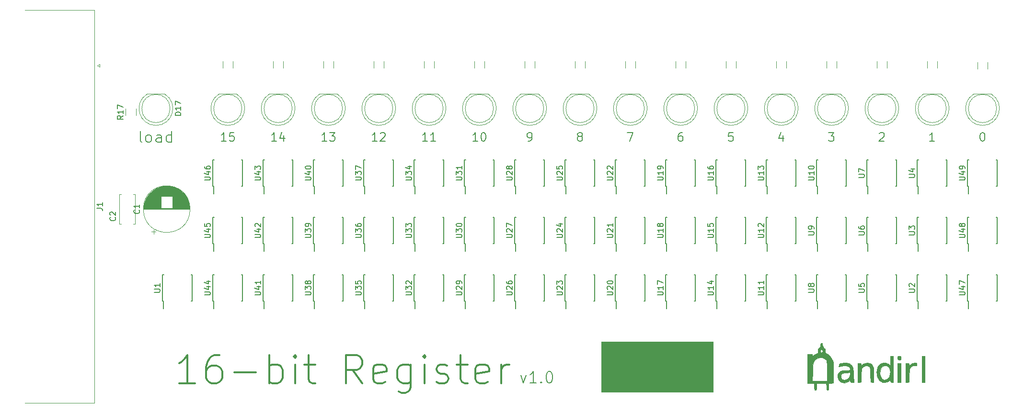
<source format=gbr>
G04 #@! TF.GenerationSoftware,KiCad,Pcbnew,5.1.5-52549c5~84~ubuntu18.04.1*
G04 #@! TF.CreationDate,2020-04-22T17:53:27-07:00*
G04 #@! TF.ProjectId,register_16bit,72656769-7374-4657-925f-31366269742e,rev?*
G04 #@! TF.SameCoordinates,Original*
G04 #@! TF.FileFunction,Legend,Top*
G04 #@! TF.FilePolarity,Positive*
%FSLAX46Y46*%
G04 Gerber Fmt 4.6, Leading zero omitted, Abs format (unit mm)*
G04 Created by KiCad (PCBNEW 5.1.5-52549c5~84~ubuntu18.04.1) date 2020-04-22 17:53:27*
%MOMM*%
%LPD*%
G04 APERTURE LIST*
%ADD10C,0.200000*%
%ADD11C,0.150000*%
%ADD12C,0.100000*%
%ADD13C,0.300000*%
%ADD14C,0.010000*%
%ADD15C,0.120000*%
G04 APERTURE END LIST*
D10*
X150812857Y-127206428D02*
X151289047Y-128539761D01*
X151765238Y-127206428D01*
X153574761Y-128539761D02*
X152431904Y-128539761D01*
X153003333Y-128539761D02*
X153003333Y-126539761D01*
X152812857Y-126825476D01*
X152622380Y-127015952D01*
X152431904Y-127111190D01*
X154431904Y-128349285D02*
X154527142Y-128444523D01*
X154431904Y-128539761D01*
X154336666Y-128444523D01*
X154431904Y-128349285D01*
X154431904Y-128539761D01*
X155765238Y-126539761D02*
X155955714Y-126539761D01*
X156146190Y-126635000D01*
X156241428Y-126730238D01*
X156336666Y-126920714D01*
X156431904Y-127301666D01*
X156431904Y-127777857D01*
X156336666Y-128158809D01*
X156241428Y-128349285D01*
X156146190Y-128444523D01*
X155955714Y-128539761D01*
X155765238Y-128539761D01*
X155574761Y-128444523D01*
X155479523Y-128349285D01*
X155384285Y-128158809D01*
X155289047Y-127777857D01*
X155289047Y-127301666D01*
X155384285Y-126920714D01*
X155479523Y-126730238D01*
X155574761Y-126635000D01*
X155765238Y-126539761D01*
D11*
X83883809Y-85994761D02*
X83693333Y-85899523D01*
X83598095Y-85709047D01*
X83598095Y-83994761D01*
X84931428Y-85994761D02*
X84740952Y-85899523D01*
X84645714Y-85804285D01*
X84550476Y-85613809D01*
X84550476Y-85042380D01*
X84645714Y-84851904D01*
X84740952Y-84756666D01*
X84931428Y-84661428D01*
X85217142Y-84661428D01*
X85407619Y-84756666D01*
X85502857Y-84851904D01*
X85598095Y-85042380D01*
X85598095Y-85613809D01*
X85502857Y-85804285D01*
X85407619Y-85899523D01*
X85217142Y-85994761D01*
X84931428Y-85994761D01*
X87312380Y-85994761D02*
X87312380Y-84947142D01*
X87217142Y-84756666D01*
X87026666Y-84661428D01*
X86645714Y-84661428D01*
X86455238Y-84756666D01*
X87312380Y-85899523D02*
X87121904Y-85994761D01*
X86645714Y-85994761D01*
X86455238Y-85899523D01*
X86360000Y-85709047D01*
X86360000Y-85518571D01*
X86455238Y-85328095D01*
X86645714Y-85232857D01*
X87121904Y-85232857D01*
X87312380Y-85137619D01*
X89121904Y-85994761D02*
X89121904Y-83994761D01*
X89121904Y-85899523D02*
X88931428Y-85994761D01*
X88550476Y-85994761D01*
X88360000Y-85899523D01*
X88264761Y-85804285D01*
X88169523Y-85613809D01*
X88169523Y-85042380D01*
X88264761Y-84851904D01*
X88360000Y-84756666D01*
X88550476Y-84661428D01*
X88931428Y-84661428D01*
X89121904Y-84756666D01*
X214201428Y-84411428D02*
X214272857Y-84340000D01*
X214415714Y-84268571D01*
X214772857Y-84268571D01*
X214915714Y-84340000D01*
X214987142Y-84411428D01*
X215058571Y-84554285D01*
X215058571Y-84697142D01*
X214987142Y-84911428D01*
X214130000Y-85768571D01*
X215058571Y-85768571D01*
X223948571Y-85768571D02*
X223091428Y-85768571D01*
X223520000Y-85768571D02*
X223520000Y-84268571D01*
X223377142Y-84482857D01*
X223234285Y-84625714D01*
X223091428Y-84697142D01*
X179355714Y-84268571D02*
X179070000Y-84268571D01*
X178927142Y-84340000D01*
X178855714Y-84411428D01*
X178712857Y-84625714D01*
X178641428Y-84911428D01*
X178641428Y-85482857D01*
X178712857Y-85625714D01*
X178784285Y-85697142D01*
X178927142Y-85768571D01*
X179212857Y-85768571D01*
X179355714Y-85697142D01*
X179427142Y-85625714D01*
X179498571Y-85482857D01*
X179498571Y-85125714D01*
X179427142Y-84982857D01*
X179355714Y-84911428D01*
X179212857Y-84840000D01*
X178927142Y-84840000D01*
X178784285Y-84911428D01*
X178712857Y-84982857D01*
X178641428Y-85125714D01*
X188317142Y-84268571D02*
X187602857Y-84268571D01*
X187531428Y-84982857D01*
X187602857Y-84911428D01*
X187745714Y-84840000D01*
X188102857Y-84840000D01*
X188245714Y-84911428D01*
X188317142Y-84982857D01*
X188388571Y-85125714D01*
X188388571Y-85482857D01*
X188317142Y-85625714D01*
X188245714Y-85697142D01*
X188102857Y-85768571D01*
X187745714Y-85768571D01*
X187602857Y-85697142D01*
X187531428Y-85625714D01*
X143224285Y-85768571D02*
X142367142Y-85768571D01*
X142795714Y-85768571D02*
X142795714Y-84268571D01*
X142652857Y-84482857D01*
X142510000Y-84625714D01*
X142367142Y-84697142D01*
X144152857Y-84268571D02*
X144295714Y-84268571D01*
X144438571Y-84340000D01*
X144510000Y-84411428D01*
X144581428Y-84554285D01*
X144652857Y-84840000D01*
X144652857Y-85197142D01*
X144581428Y-85482857D01*
X144510000Y-85625714D01*
X144438571Y-85697142D01*
X144295714Y-85768571D01*
X144152857Y-85768571D01*
X144010000Y-85697142D01*
X143938571Y-85625714D01*
X143867142Y-85482857D01*
X143795714Y-85197142D01*
X143795714Y-84840000D01*
X143867142Y-84554285D01*
X143938571Y-84411428D01*
X144010000Y-84340000D01*
X144152857Y-84268571D01*
X152114285Y-85768571D02*
X152400000Y-85768571D01*
X152542857Y-85697142D01*
X152614285Y-85625714D01*
X152757142Y-85411428D01*
X152828571Y-85125714D01*
X152828571Y-84554285D01*
X152757142Y-84411428D01*
X152685714Y-84340000D01*
X152542857Y-84268571D01*
X152257142Y-84268571D01*
X152114285Y-84340000D01*
X152042857Y-84411428D01*
X151971428Y-84554285D01*
X151971428Y-84911428D01*
X152042857Y-85054285D01*
X152114285Y-85125714D01*
X152257142Y-85197142D01*
X152542857Y-85197142D01*
X152685714Y-85125714D01*
X152757142Y-85054285D01*
X152828571Y-84911428D01*
X107664285Y-85768571D02*
X106807142Y-85768571D01*
X107235714Y-85768571D02*
X107235714Y-84268571D01*
X107092857Y-84482857D01*
X106950000Y-84625714D01*
X106807142Y-84697142D01*
X108950000Y-84768571D02*
X108950000Y-85768571D01*
X108592857Y-84197142D02*
X108235714Y-85268571D01*
X109164285Y-85268571D01*
X116554285Y-85768571D02*
X115697142Y-85768571D01*
X116125714Y-85768571D02*
X116125714Y-84268571D01*
X115982857Y-84482857D01*
X115840000Y-84625714D01*
X115697142Y-84697142D01*
X117054285Y-84268571D02*
X117982857Y-84268571D01*
X117482857Y-84840000D01*
X117697142Y-84840000D01*
X117840000Y-84911428D01*
X117911428Y-84982857D01*
X117982857Y-85125714D01*
X117982857Y-85482857D01*
X117911428Y-85625714D01*
X117840000Y-85697142D01*
X117697142Y-85768571D01*
X117268571Y-85768571D01*
X117125714Y-85697142D01*
X117054285Y-85625714D01*
D12*
G36*
X184785000Y-130175000D02*
G01*
X165100000Y-130175000D01*
X165100000Y-121285000D01*
X184785000Y-121285000D01*
X184785000Y-130175000D01*
G37*
X184785000Y-130175000D02*
X165100000Y-130175000D01*
X165100000Y-121285000D01*
X184785000Y-121285000D01*
X184785000Y-130175000D01*
D13*
X93308571Y-128626904D02*
X90451428Y-128626904D01*
X91880000Y-128626904D02*
X91880000Y-123626904D01*
X91403809Y-124341190D01*
X90927619Y-124817380D01*
X90451428Y-125055476D01*
X97594285Y-123626904D02*
X96641904Y-123626904D01*
X96165714Y-123865000D01*
X95927619Y-124103095D01*
X95451428Y-124817380D01*
X95213333Y-125769761D01*
X95213333Y-127674523D01*
X95451428Y-128150714D01*
X95689523Y-128388809D01*
X96165714Y-128626904D01*
X97118095Y-128626904D01*
X97594285Y-128388809D01*
X97832380Y-128150714D01*
X98070476Y-127674523D01*
X98070476Y-126484047D01*
X97832380Y-126007857D01*
X97594285Y-125769761D01*
X97118095Y-125531666D01*
X96165714Y-125531666D01*
X95689523Y-125769761D01*
X95451428Y-126007857D01*
X95213333Y-126484047D01*
X100213333Y-126722142D02*
X104022857Y-126722142D01*
X106403809Y-128626904D02*
X106403809Y-123626904D01*
X106403809Y-125531666D02*
X106880000Y-125293571D01*
X107832380Y-125293571D01*
X108308571Y-125531666D01*
X108546666Y-125769761D01*
X108784761Y-126245952D01*
X108784761Y-127674523D01*
X108546666Y-128150714D01*
X108308571Y-128388809D01*
X107832380Y-128626904D01*
X106880000Y-128626904D01*
X106403809Y-128388809D01*
X110927619Y-128626904D02*
X110927619Y-125293571D01*
X110927619Y-123626904D02*
X110689523Y-123865000D01*
X110927619Y-124103095D01*
X111165714Y-123865000D01*
X110927619Y-123626904D01*
X110927619Y-124103095D01*
X112594285Y-125293571D02*
X114499047Y-125293571D01*
X113308571Y-123626904D02*
X113308571Y-127912619D01*
X113546666Y-128388809D01*
X114022857Y-128626904D01*
X114499047Y-128626904D01*
X122832380Y-128626904D02*
X121165714Y-126245952D01*
X119975238Y-128626904D02*
X119975238Y-123626904D01*
X121879999Y-123626904D01*
X122356190Y-123865000D01*
X122594285Y-124103095D01*
X122832380Y-124579285D01*
X122832380Y-125293571D01*
X122594285Y-125769761D01*
X122356190Y-126007857D01*
X121879999Y-126245952D01*
X119975238Y-126245952D01*
X126880000Y-128388809D02*
X126403809Y-128626904D01*
X125451428Y-128626904D01*
X124975238Y-128388809D01*
X124737142Y-127912619D01*
X124737142Y-126007857D01*
X124975238Y-125531666D01*
X125451428Y-125293571D01*
X126403809Y-125293571D01*
X126880000Y-125531666D01*
X127118095Y-126007857D01*
X127118095Y-126484047D01*
X124737142Y-126960238D01*
X131403809Y-125293571D02*
X131403809Y-129341190D01*
X131165714Y-129817380D01*
X130927619Y-130055476D01*
X130451428Y-130293571D01*
X129737142Y-130293571D01*
X129260952Y-130055476D01*
X131403809Y-128388809D02*
X130927619Y-128626904D01*
X129975238Y-128626904D01*
X129499047Y-128388809D01*
X129260952Y-128150714D01*
X129022857Y-127674523D01*
X129022857Y-126245952D01*
X129260952Y-125769761D01*
X129499047Y-125531666D01*
X129975238Y-125293571D01*
X130927619Y-125293571D01*
X131403809Y-125531666D01*
X133784761Y-128626904D02*
X133784761Y-125293571D01*
X133784761Y-123626904D02*
X133546666Y-123865000D01*
X133784761Y-124103095D01*
X134022857Y-123865000D01*
X133784761Y-123626904D01*
X133784761Y-124103095D01*
X135927619Y-128388809D02*
X136403809Y-128626904D01*
X137356190Y-128626904D01*
X137832380Y-128388809D01*
X138070476Y-127912619D01*
X138070476Y-127674523D01*
X137832380Y-127198333D01*
X137356190Y-126960238D01*
X136641904Y-126960238D01*
X136165714Y-126722142D01*
X135927619Y-126245952D01*
X135927619Y-126007857D01*
X136165714Y-125531666D01*
X136641904Y-125293571D01*
X137356190Y-125293571D01*
X137832380Y-125531666D01*
X139499047Y-125293571D02*
X141403809Y-125293571D01*
X140213333Y-123626904D02*
X140213333Y-127912619D01*
X140451428Y-128388809D01*
X140927619Y-128626904D01*
X141403809Y-128626904D01*
X144975238Y-128388809D02*
X144499047Y-128626904D01*
X143546666Y-128626904D01*
X143070476Y-128388809D01*
X142832380Y-127912619D01*
X142832380Y-126007857D01*
X143070476Y-125531666D01*
X143546666Y-125293571D01*
X144499047Y-125293571D01*
X144975238Y-125531666D01*
X145213333Y-126007857D01*
X145213333Y-126484047D01*
X142832380Y-126960238D01*
X147356190Y-128626904D02*
X147356190Y-125293571D01*
X147356190Y-126245952D02*
X147594285Y-125769761D01*
X147832380Y-125531666D01*
X148308571Y-125293571D01*
X148784761Y-125293571D01*
D11*
X205240000Y-84268571D02*
X206168571Y-84268571D01*
X205668571Y-84840000D01*
X205882857Y-84840000D01*
X206025714Y-84911428D01*
X206097142Y-84982857D01*
X206168571Y-85125714D01*
X206168571Y-85482857D01*
X206097142Y-85625714D01*
X206025714Y-85697142D01*
X205882857Y-85768571D01*
X205454285Y-85768571D01*
X205311428Y-85697142D01*
X205240000Y-85625714D01*
X169680000Y-84268571D02*
X170680000Y-84268571D01*
X170037142Y-85768571D01*
X134334285Y-85768571D02*
X133477142Y-85768571D01*
X133905714Y-85768571D02*
X133905714Y-84268571D01*
X133762857Y-84482857D01*
X133620000Y-84625714D01*
X133477142Y-84697142D01*
X135762857Y-85768571D02*
X134905714Y-85768571D01*
X135334285Y-85768571D02*
X135334285Y-84268571D01*
X135191428Y-84482857D01*
X135048571Y-84625714D01*
X134905714Y-84697142D01*
X98774285Y-85768571D02*
X97917142Y-85768571D01*
X98345714Y-85768571D02*
X98345714Y-84268571D01*
X98202857Y-84482857D01*
X98060000Y-84625714D01*
X97917142Y-84697142D01*
X100131428Y-84268571D02*
X99417142Y-84268571D01*
X99345714Y-84982857D01*
X99417142Y-84911428D01*
X99560000Y-84840000D01*
X99917142Y-84840000D01*
X100060000Y-84911428D01*
X100131428Y-84982857D01*
X100202857Y-85125714D01*
X100202857Y-85482857D01*
X100131428Y-85625714D01*
X100060000Y-85697142D01*
X99917142Y-85768571D01*
X99560000Y-85768571D01*
X99417142Y-85697142D01*
X99345714Y-85625714D01*
X125444285Y-85768571D02*
X124587142Y-85768571D01*
X125015714Y-85768571D02*
X125015714Y-84268571D01*
X124872857Y-84482857D01*
X124730000Y-84625714D01*
X124587142Y-84697142D01*
X126015714Y-84411428D02*
X126087142Y-84340000D01*
X126230000Y-84268571D01*
X126587142Y-84268571D01*
X126730000Y-84340000D01*
X126801428Y-84411428D01*
X126872857Y-84554285D01*
X126872857Y-84697142D01*
X126801428Y-84911428D01*
X125944285Y-85768571D01*
X126872857Y-85768571D01*
X161147142Y-84911428D02*
X161004285Y-84840000D01*
X160932857Y-84768571D01*
X160861428Y-84625714D01*
X160861428Y-84554285D01*
X160932857Y-84411428D01*
X161004285Y-84340000D01*
X161147142Y-84268571D01*
X161432857Y-84268571D01*
X161575714Y-84340000D01*
X161647142Y-84411428D01*
X161718571Y-84554285D01*
X161718571Y-84625714D01*
X161647142Y-84768571D01*
X161575714Y-84840000D01*
X161432857Y-84911428D01*
X161147142Y-84911428D01*
X161004285Y-84982857D01*
X160932857Y-85054285D01*
X160861428Y-85197142D01*
X160861428Y-85482857D01*
X160932857Y-85625714D01*
X161004285Y-85697142D01*
X161147142Y-85768571D01*
X161432857Y-85768571D01*
X161575714Y-85697142D01*
X161647142Y-85625714D01*
X161718571Y-85482857D01*
X161718571Y-85197142D01*
X161647142Y-85054285D01*
X161575714Y-84982857D01*
X161432857Y-84911428D01*
X197135714Y-84768571D02*
X197135714Y-85768571D01*
X196778571Y-84197142D02*
X196421428Y-85268571D01*
X197350000Y-85268571D01*
X232338571Y-84268571D02*
X232481428Y-84268571D01*
X232624285Y-84340000D01*
X232695714Y-84411428D01*
X232767142Y-84554285D01*
X232838571Y-84840000D01*
X232838571Y-85197142D01*
X232767142Y-85482857D01*
X232695714Y-85625714D01*
X232624285Y-85697142D01*
X232481428Y-85768571D01*
X232338571Y-85768571D01*
X232195714Y-85697142D01*
X232124285Y-85625714D01*
X232052857Y-85482857D01*
X231981428Y-85197142D01*
X231981428Y-84840000D01*
X232052857Y-84554285D01*
X232124285Y-84411428D01*
X232195714Y-84340000D01*
X232338571Y-84268571D01*
D14*
G36*
X217910065Y-123792919D02*
G01*
X217994383Y-123856224D01*
X218016004Y-124021401D01*
X218016667Y-124121333D01*
X218007696Y-124338169D01*
X217952304Y-124434533D01*
X217807774Y-124459243D01*
X217720334Y-124460000D01*
X217530602Y-124449747D01*
X217446284Y-124386442D01*
X217424663Y-124221266D01*
X217424000Y-124121333D01*
X217432971Y-123904497D01*
X217488363Y-123808134D01*
X217632893Y-123783424D01*
X217720334Y-123782667D01*
X217910065Y-123792919D01*
G37*
X217910065Y-123792919D02*
X217994383Y-123856224D01*
X218016004Y-124021401D01*
X218016667Y-124121333D01*
X218007696Y-124338169D01*
X217952304Y-124434533D01*
X217807774Y-124459243D01*
X217720334Y-124460000D01*
X217530602Y-124449747D01*
X217446284Y-124386442D01*
X217424663Y-124221266D01*
X217424000Y-124121333D01*
X217432971Y-123904497D01*
X217488363Y-123808134D01*
X217632893Y-123783424D01*
X217720334Y-123782667D01*
X217910065Y-123792919D01*
G36*
X222250000Y-128439333D02*
G01*
X221742000Y-128439333D01*
X221742000Y-123782667D01*
X222250000Y-123782667D01*
X222250000Y-128439333D01*
G37*
X222250000Y-128439333D02*
X221742000Y-128439333D01*
X221742000Y-123782667D01*
X222250000Y-123782667D01*
X222250000Y-128439333D01*
G36*
X220733559Y-124987145D02*
G01*
X220800458Y-125079644D01*
X220810667Y-125243167D01*
X220802872Y-125406283D01*
X220750276Y-125487443D01*
X220609060Y-125515260D01*
X220389258Y-125518333D01*
X220099299Y-125537678D01*
X219898952Y-125614092D01*
X219733091Y-125752861D01*
X219640558Y-125851351D01*
X219575024Y-125951719D01*
X219530497Y-126085088D01*
X219500986Y-126282580D01*
X219480499Y-126575316D01*
X219463045Y-126994418D01*
X219456000Y-127192195D01*
X219413667Y-128397000D01*
X219138500Y-128423531D01*
X218863334Y-128450062D01*
X218863334Y-125052667D01*
X219159667Y-125052667D01*
X219359456Y-125067802D01*
X219441342Y-125138951D01*
X219456000Y-125279092D01*
X219456000Y-125505517D01*
X219646500Y-125327065D01*
X220016867Y-125086839D01*
X220450861Y-124973187D01*
X220562179Y-124968000D01*
X220733559Y-124987145D01*
G37*
X220733559Y-124987145D02*
X220800458Y-125079644D01*
X220810667Y-125243167D01*
X220802872Y-125406283D01*
X220750276Y-125487443D01*
X220609060Y-125515260D01*
X220389258Y-125518333D01*
X220099299Y-125537678D01*
X219898952Y-125614092D01*
X219733091Y-125752861D01*
X219640558Y-125851351D01*
X219575024Y-125951719D01*
X219530497Y-126085088D01*
X219500986Y-126282580D01*
X219480499Y-126575316D01*
X219463045Y-126994418D01*
X219456000Y-127192195D01*
X219413667Y-128397000D01*
X219138500Y-128423531D01*
X218863334Y-128450062D01*
X218863334Y-125052667D01*
X219159667Y-125052667D01*
X219359456Y-125067802D01*
X219441342Y-125138951D01*
X219456000Y-125279092D01*
X219456000Y-125505517D01*
X219646500Y-125327065D01*
X220016867Y-125086839D01*
X220450861Y-124973187D01*
X220562179Y-124968000D01*
X220733559Y-124987145D01*
G36*
X218016667Y-128439333D02*
G01*
X217424000Y-128439333D01*
X217424000Y-125052667D01*
X218016667Y-125052667D01*
X218016667Y-128439333D01*
G37*
X218016667Y-128439333D02*
X217424000Y-128439333D01*
X217424000Y-125052667D01*
X218016667Y-125052667D01*
X218016667Y-128439333D01*
G36*
X212466997Y-125061191D02*
G01*
X212716462Y-125181741D01*
X212893874Y-125370813D01*
X213000167Y-125557440D01*
X213075231Y-125721224D01*
X213127663Y-125887492D01*
X213161442Y-126090394D01*
X213180547Y-126364080D01*
X213188956Y-126742700D01*
X213190667Y-127192638D01*
X213190667Y-128450062D01*
X212915500Y-128423531D01*
X212640334Y-128397000D01*
X212598000Y-127098099D01*
X212580518Y-126601183D01*
X212562554Y-126245333D01*
X212539427Y-126002333D01*
X212506460Y-125843967D01*
X212458972Y-125742019D01*
X212392284Y-125668274D01*
X212355787Y-125637599D01*
X212052951Y-125492280D01*
X211719064Y-125499454D01*
X211390266Y-125656183D01*
X211308169Y-125722762D01*
X211031667Y-125969524D01*
X210989334Y-127183262D01*
X210947000Y-128397000D01*
X210671834Y-128423531D01*
X210396667Y-128450062D01*
X210396667Y-125052667D01*
X210693000Y-125052667D01*
X210893061Y-125068118D01*
X210975019Y-125139234D01*
X210989334Y-125271859D01*
X210989334Y-125491052D01*
X211245826Y-125275228D01*
X211633836Y-125053345D01*
X212069510Y-124987018D01*
X212466997Y-125061191D01*
G37*
X212466997Y-125061191D02*
X212716462Y-125181741D01*
X212893874Y-125370813D01*
X213000167Y-125557440D01*
X213075231Y-125721224D01*
X213127663Y-125887492D01*
X213161442Y-126090394D01*
X213180547Y-126364080D01*
X213188956Y-126742700D01*
X213190667Y-127192638D01*
X213190667Y-128450062D01*
X212915500Y-128423531D01*
X212640334Y-128397000D01*
X212598000Y-127098099D01*
X212580518Y-126601183D01*
X212562554Y-126245333D01*
X212539427Y-126002333D01*
X212506460Y-125843967D01*
X212458972Y-125742019D01*
X212392284Y-125668274D01*
X212355787Y-125637599D01*
X212052951Y-125492280D01*
X211719064Y-125499454D01*
X211390266Y-125656183D01*
X211308169Y-125722762D01*
X211031667Y-125969524D01*
X210989334Y-127183262D01*
X210947000Y-128397000D01*
X210671834Y-128423531D01*
X210396667Y-128450062D01*
X210396667Y-125052667D01*
X210693000Y-125052667D01*
X210893061Y-125068118D01*
X210975019Y-125139234D01*
X210989334Y-125271859D01*
X210989334Y-125491052D01*
X211245826Y-125275228D01*
X211633836Y-125053345D01*
X212069510Y-124987018D01*
X212466997Y-125061191D01*
G36*
X216662000Y-128439333D02*
G01*
X216408000Y-128439333D01*
X216226715Y-128416796D01*
X216160302Y-128319874D01*
X216154000Y-128223358D01*
X216154000Y-128007382D01*
X215871139Y-128223131D01*
X215521605Y-128406312D01*
X215121606Y-128488847D01*
X214738405Y-128460990D01*
X214587667Y-128409060D01*
X214202914Y-128139688D01*
X213906472Y-127735703D01*
X213829708Y-127573064D01*
X213732337Y-127192761D01*
X213711404Y-126862587D01*
X214293178Y-126862587D01*
X214363954Y-127278921D01*
X214509705Y-127632825D01*
X214722223Y-127876287D01*
X214724562Y-127877935D01*
X215043609Y-128006332D01*
X215383499Y-127981623D01*
X215701878Y-127807799D01*
X215730026Y-127783167D01*
X215952339Y-127472939D01*
X216074814Y-127056560D01*
X216089150Y-126570338D01*
X216059098Y-126343833D01*
X215926072Y-125961470D01*
X215705357Y-125685486D01*
X215428251Y-125521746D01*
X215126051Y-125476114D01*
X214830054Y-125554457D01*
X214571558Y-125762639D01*
X214409390Y-126034679D01*
X214305586Y-126431835D01*
X214293178Y-126862587D01*
X213711404Y-126862587D01*
X213703240Y-126733826D01*
X213741177Y-126272036D01*
X213844911Y-125883167D01*
X213857812Y-125853497D01*
X214118228Y-125448020D01*
X214458898Y-125163632D01*
X214850226Y-125008650D01*
X215262619Y-124991390D01*
X215666480Y-125120170D01*
X215902028Y-125279032D01*
X216154000Y-125491052D01*
X216154000Y-123782667D01*
X216662000Y-123782667D01*
X216662000Y-128439333D01*
G37*
X216662000Y-128439333D02*
X216408000Y-128439333D01*
X216226715Y-128416796D01*
X216160302Y-128319874D01*
X216154000Y-128223358D01*
X216154000Y-128007382D01*
X215871139Y-128223131D01*
X215521605Y-128406312D01*
X215121606Y-128488847D01*
X214738405Y-128460990D01*
X214587667Y-128409060D01*
X214202914Y-128139688D01*
X213906472Y-127735703D01*
X213829708Y-127573064D01*
X213732337Y-127192761D01*
X213711404Y-126862587D01*
X214293178Y-126862587D01*
X214363954Y-127278921D01*
X214509705Y-127632825D01*
X214722223Y-127876287D01*
X214724562Y-127877935D01*
X215043609Y-128006332D01*
X215383499Y-127981623D01*
X215701878Y-127807799D01*
X215730026Y-127783167D01*
X215952339Y-127472939D01*
X216074814Y-127056560D01*
X216089150Y-126570338D01*
X216059098Y-126343833D01*
X215926072Y-125961470D01*
X215705357Y-125685486D01*
X215428251Y-125521746D01*
X215126051Y-125476114D01*
X214830054Y-125554457D01*
X214571558Y-125762639D01*
X214409390Y-126034679D01*
X214305586Y-126431835D01*
X214293178Y-126862587D01*
X213711404Y-126862587D01*
X213703240Y-126733826D01*
X213741177Y-126272036D01*
X213844911Y-125883167D01*
X213857812Y-125853497D01*
X214118228Y-125448020D01*
X214458898Y-125163632D01*
X214850226Y-125008650D01*
X215262619Y-124991390D01*
X215666480Y-125120170D01*
X215902028Y-125279032D01*
X216154000Y-125491052D01*
X216154000Y-123782667D01*
X216662000Y-123782667D01*
X216662000Y-128439333D01*
G36*
X208324957Y-125003670D02*
G01*
X208716084Y-125066323D01*
X209009583Y-125186164D01*
X209037019Y-125205237D01*
X209236478Y-125374839D01*
X209383457Y-125562423D01*
X209486549Y-125797187D01*
X209554347Y-126108330D01*
X209595443Y-126525049D01*
X209618431Y-127076541D01*
X209621266Y-127190500D01*
X209650198Y-128439333D01*
X209346099Y-128439333D01*
X209142950Y-128425119D01*
X209058292Y-128357615D01*
X209042000Y-128212908D01*
X209042000Y-127986483D01*
X208843891Y-128172597D01*
X208481064Y-128404221D01*
X208053148Y-128506248D01*
X207611891Y-128471649D01*
X207348667Y-128375702D01*
X207044113Y-128141031D01*
X206855738Y-127825281D01*
X206782624Y-127466904D01*
X206804918Y-127270847D01*
X207362217Y-127270847D01*
X207363912Y-127531186D01*
X207483551Y-127754764D01*
X207695537Y-127919141D01*
X207974274Y-128001878D01*
X208294163Y-127980536D01*
X208526788Y-127892729D01*
X208756348Y-127694758D01*
X208938071Y-127395134D01*
X209034954Y-127061194D01*
X209042000Y-126955159D01*
X209042000Y-126724243D01*
X208350731Y-126764260D01*
X207992376Y-126791483D01*
X207760940Y-126830425D01*
X207614011Y-126892702D01*
X207509175Y-126989935D01*
X207504064Y-126996185D01*
X207362217Y-127270847D01*
X206804918Y-127270847D01*
X206823851Y-127104352D01*
X206978501Y-126776078D01*
X207245654Y-126520533D01*
X207394866Y-126442595D01*
X207641042Y-126378916D01*
X207995576Y-126336490D01*
X208361947Y-126322667D01*
X208700667Y-126318974D01*
X208903972Y-126302432D01*
X209005715Y-126264848D01*
X209039751Y-126198025D01*
X209042000Y-126158054D01*
X208988930Y-125984328D01*
X208859662Y-125781935D01*
X208844679Y-125764043D01*
X208594466Y-125589384D01*
X208244932Y-125494723D01*
X207849183Y-125486305D01*
X207460327Y-125570376D01*
X207399328Y-125594064D01*
X207162421Y-125690312D01*
X207045874Y-125711084D01*
X207012295Y-125642443D01*
X207024286Y-125470448D01*
X207025802Y-125454833D01*
X207056722Y-125288012D01*
X207138447Y-125187087D01*
X207315927Y-125113567D01*
X207475667Y-125069555D01*
X207892665Y-125003112D01*
X208324957Y-125003670D01*
G37*
X208324957Y-125003670D02*
X208716084Y-125066323D01*
X209009583Y-125186164D01*
X209037019Y-125205237D01*
X209236478Y-125374839D01*
X209383457Y-125562423D01*
X209486549Y-125797187D01*
X209554347Y-126108330D01*
X209595443Y-126525049D01*
X209618431Y-127076541D01*
X209621266Y-127190500D01*
X209650198Y-128439333D01*
X209346099Y-128439333D01*
X209142950Y-128425119D01*
X209058292Y-128357615D01*
X209042000Y-128212908D01*
X209042000Y-127986483D01*
X208843891Y-128172597D01*
X208481064Y-128404221D01*
X208053148Y-128506248D01*
X207611891Y-128471649D01*
X207348667Y-128375702D01*
X207044113Y-128141031D01*
X206855738Y-127825281D01*
X206782624Y-127466904D01*
X206804918Y-127270847D01*
X207362217Y-127270847D01*
X207363912Y-127531186D01*
X207483551Y-127754764D01*
X207695537Y-127919141D01*
X207974274Y-128001878D01*
X208294163Y-127980536D01*
X208526788Y-127892729D01*
X208756348Y-127694758D01*
X208938071Y-127395134D01*
X209034954Y-127061194D01*
X209042000Y-126955159D01*
X209042000Y-126724243D01*
X208350731Y-126764260D01*
X207992376Y-126791483D01*
X207760940Y-126830425D01*
X207614011Y-126892702D01*
X207509175Y-126989935D01*
X207504064Y-126996185D01*
X207362217Y-127270847D01*
X206804918Y-127270847D01*
X206823851Y-127104352D01*
X206978501Y-126776078D01*
X207245654Y-126520533D01*
X207394866Y-126442595D01*
X207641042Y-126378916D01*
X207995576Y-126336490D01*
X208361947Y-126322667D01*
X208700667Y-126318974D01*
X208903972Y-126302432D01*
X209005715Y-126264848D01*
X209039751Y-126198025D01*
X209042000Y-126158054D01*
X208988930Y-125984328D01*
X208859662Y-125781935D01*
X208844679Y-125764043D01*
X208594466Y-125589384D01*
X208244932Y-125494723D01*
X207849183Y-125486305D01*
X207460327Y-125570376D01*
X207399328Y-125594064D01*
X207162421Y-125690312D01*
X207045874Y-125711084D01*
X207012295Y-125642443D01*
X207024286Y-125470448D01*
X207025802Y-125454833D01*
X207056722Y-125288012D01*
X207138447Y-125187087D01*
X207315927Y-125113567D01*
X207475667Y-125069555D01*
X207892665Y-125003112D01*
X208324957Y-125003670D01*
G36*
X204077446Y-121528745D02*
G01*
X204124996Y-121654942D01*
X204131334Y-121801364D01*
X204173695Y-122061069D01*
X204325520Y-122283866D01*
X204394231Y-122351645D01*
X204565858Y-122540332D01*
X204629969Y-122720943D01*
X204625223Y-122931803D01*
X204617038Y-123149913D01*
X204673851Y-123275535D01*
X204835761Y-123374937D01*
X204915636Y-123411724D01*
X205297664Y-123660836D01*
X205641884Y-124025339D01*
X205900058Y-124451611D01*
X205942223Y-124552829D01*
X205990358Y-124704176D01*
X206025535Y-124884940D01*
X206049117Y-125120531D01*
X206062470Y-125436354D01*
X206066958Y-125857820D01*
X206063947Y-126410336D01*
X206060026Y-126746000D01*
X206036334Y-128566333D01*
X205637785Y-128591991D01*
X205239237Y-128617649D01*
X205214452Y-129226991D01*
X205196721Y-129544463D01*
X205168216Y-129728129D01*
X205117619Y-129813515D01*
X205033612Y-129836147D01*
X205020334Y-129836333D01*
X204931673Y-129819115D01*
X204877603Y-129743855D01*
X204846921Y-129575139D01*
X204828424Y-129277559D01*
X204826124Y-129222500D01*
X204801248Y-128608667D01*
X203122752Y-128608667D01*
X203097876Y-129221602D01*
X203075475Y-129558566D01*
X203037114Y-129756850D01*
X202975349Y-129846894D01*
X202941872Y-129859529D01*
X202791322Y-129848846D01*
X202751372Y-129825149D01*
X202721491Y-129716128D01*
X202700166Y-129487295D01*
X202692000Y-129188127D01*
X202692000Y-128608667D01*
X201506667Y-128608667D01*
X201506667Y-128185333D01*
X202334451Y-128185333D01*
X204987684Y-128185333D01*
X204961675Y-126455610D01*
X204951699Y-125867000D01*
X204940189Y-125422925D01*
X204924587Y-125098594D01*
X204902337Y-124869210D01*
X204870881Y-124709980D01*
X204827663Y-124596111D01*
X204770126Y-124502808D01*
X204758664Y-124487110D01*
X204467338Y-124222670D01*
X204105577Y-124084889D01*
X203708566Y-124068067D01*
X203311487Y-124166505D01*
X202949523Y-124374504D01*
X202657858Y-124686363D01*
X202567164Y-124842117D01*
X202504686Y-124989552D01*
X202458034Y-125162569D01*
X202424081Y-125389952D01*
X202399700Y-125700483D01*
X202381763Y-126122945D01*
X202367223Y-126682500D01*
X202334451Y-128185333D01*
X201506667Y-128185333D01*
X201506667Y-123444000D01*
X201930000Y-123444000D01*
X202183917Y-123452915D01*
X202310555Y-123490756D01*
X202351522Y-123574167D01*
X202353334Y-123613333D01*
X202394098Y-123759933D01*
X202500271Y-123757329D01*
X202596479Y-123668745D01*
X202731547Y-123562215D01*
X202949013Y-123439760D01*
X203010855Y-123410600D01*
X203213516Y-123305850D01*
X203298376Y-123194980D01*
X203305680Y-123011069D01*
X203298778Y-122931803D01*
X203298529Y-122841758D01*
X203721759Y-122841758D01*
X203754596Y-123038974D01*
X203880793Y-123168815D01*
X203962000Y-123187407D01*
X204061812Y-123148060D01*
X204117575Y-123115628D01*
X204194940Y-122984554D01*
X204202241Y-122841758D01*
X204132513Y-122683001D01*
X203962000Y-122639667D01*
X203789338Y-122684809D01*
X203721759Y-122841758D01*
X203298529Y-122841758D01*
X203298111Y-122691106D01*
X203376147Y-122514700D01*
X203529769Y-122351645D01*
X203719704Y-122125123D01*
X203789567Y-121883896D01*
X203792667Y-121801364D01*
X203810494Y-121593631D01*
X203880627Y-121508070D01*
X203962000Y-121496667D01*
X204077446Y-121528745D01*
G37*
X204077446Y-121528745D02*
X204124996Y-121654942D01*
X204131334Y-121801364D01*
X204173695Y-122061069D01*
X204325520Y-122283866D01*
X204394231Y-122351645D01*
X204565858Y-122540332D01*
X204629969Y-122720943D01*
X204625223Y-122931803D01*
X204617038Y-123149913D01*
X204673851Y-123275535D01*
X204835761Y-123374937D01*
X204915636Y-123411724D01*
X205297664Y-123660836D01*
X205641884Y-124025339D01*
X205900058Y-124451611D01*
X205942223Y-124552829D01*
X205990358Y-124704176D01*
X206025535Y-124884940D01*
X206049117Y-125120531D01*
X206062470Y-125436354D01*
X206066958Y-125857820D01*
X206063947Y-126410336D01*
X206060026Y-126746000D01*
X206036334Y-128566333D01*
X205637785Y-128591991D01*
X205239237Y-128617649D01*
X205214452Y-129226991D01*
X205196721Y-129544463D01*
X205168216Y-129728129D01*
X205117619Y-129813515D01*
X205033612Y-129836147D01*
X205020334Y-129836333D01*
X204931673Y-129819115D01*
X204877603Y-129743855D01*
X204846921Y-129575139D01*
X204828424Y-129277559D01*
X204826124Y-129222500D01*
X204801248Y-128608667D01*
X203122752Y-128608667D01*
X203097876Y-129221602D01*
X203075475Y-129558566D01*
X203037114Y-129756850D01*
X202975349Y-129846894D01*
X202941872Y-129859529D01*
X202791322Y-129848846D01*
X202751372Y-129825149D01*
X202721491Y-129716128D01*
X202700166Y-129487295D01*
X202692000Y-129188127D01*
X202692000Y-128608667D01*
X201506667Y-128608667D01*
X201506667Y-128185333D01*
X202334451Y-128185333D01*
X204987684Y-128185333D01*
X204961675Y-126455610D01*
X204951699Y-125867000D01*
X204940189Y-125422925D01*
X204924587Y-125098594D01*
X204902337Y-124869210D01*
X204870881Y-124709980D01*
X204827663Y-124596111D01*
X204770126Y-124502808D01*
X204758664Y-124487110D01*
X204467338Y-124222670D01*
X204105577Y-124084889D01*
X203708566Y-124068067D01*
X203311487Y-124166505D01*
X202949523Y-124374504D01*
X202657858Y-124686363D01*
X202567164Y-124842117D01*
X202504686Y-124989552D01*
X202458034Y-125162569D01*
X202424081Y-125389952D01*
X202399700Y-125700483D01*
X202381763Y-126122945D01*
X202367223Y-126682500D01*
X202334451Y-128185333D01*
X201506667Y-128185333D01*
X201506667Y-123444000D01*
X201930000Y-123444000D01*
X202183917Y-123452915D01*
X202310555Y-123490756D01*
X202351522Y-123574167D01*
X202353334Y-123613333D01*
X202394098Y-123759933D01*
X202500271Y-123757329D01*
X202596479Y-123668745D01*
X202731547Y-123562215D01*
X202949013Y-123439760D01*
X203010855Y-123410600D01*
X203213516Y-123305850D01*
X203298376Y-123194980D01*
X203305680Y-123011069D01*
X203298778Y-122931803D01*
X203298529Y-122841758D01*
X203721759Y-122841758D01*
X203754596Y-123038974D01*
X203880793Y-123168815D01*
X203962000Y-123187407D01*
X204061812Y-123148060D01*
X204117575Y-123115628D01*
X204194940Y-122984554D01*
X204202241Y-122841758D01*
X204132513Y-122683001D01*
X203962000Y-122639667D01*
X203789338Y-122684809D01*
X203721759Y-122841758D01*
X203298529Y-122841758D01*
X203298111Y-122691106D01*
X203376147Y-122514700D01*
X203529769Y-122351645D01*
X203719704Y-122125123D01*
X203789567Y-121883896D01*
X203792667Y-121801364D01*
X203810494Y-121593631D01*
X203880627Y-121508070D01*
X203962000Y-121496667D01*
X204077446Y-121528745D01*
D15*
X75981325Y-72390000D02*
X76414338Y-72140000D01*
X76414338Y-72640000D02*
X75981325Y-72390000D01*
X76414338Y-72140000D02*
X76414338Y-72640000D01*
X75520000Y-132080000D02*
X63180000Y-132080000D01*
X75520000Y-62560000D02*
X75520000Y-132080000D01*
X63180000Y-62560000D02*
X75520000Y-62560000D01*
X82825000Y-81247064D02*
X82825000Y-80042936D01*
X81005000Y-81247064D02*
X81005000Y-80042936D01*
X87905000Y-77450000D02*
X84815000Y-77450000D01*
X88860000Y-80010000D02*
G75*
G03X88860000Y-80010000I-2500000J0D01*
G01*
X86360462Y-83000000D02*
G75*
G02X84815170Y-77450000I-462J2990000D01*
G01*
X86359538Y-83000000D02*
G75*
G03X87904830Y-77450000I462J2990000D01*
G01*
X82335000Y-95210000D02*
X82650000Y-95210000D01*
X79910000Y-95210000D02*
X80225000Y-95210000D01*
X82335000Y-100450000D02*
X82650000Y-100450000D01*
X79910000Y-100450000D02*
X80225000Y-100450000D01*
X82650000Y-100450000D02*
X82650000Y-95210000D01*
X79910000Y-100450000D02*
X79910000Y-95210000D01*
D11*
X185460000Y-114085000D02*
X185460000Y-115435000D01*
X190585000Y-114085000D02*
X190585000Y-109435000D01*
X185335000Y-114085000D02*
X185335000Y-109435000D01*
X190585000Y-114085000D02*
X190360000Y-114085000D01*
X190585000Y-109435000D02*
X190360000Y-109435000D01*
X185335000Y-109435000D02*
X185560000Y-109435000D01*
X185335000Y-114085000D02*
X185460000Y-114085000D01*
D15*
X225065000Y-77450000D02*
X221975000Y-77450000D01*
X226020000Y-80010000D02*
G75*
G03X226020000Y-80010000I-2500000J0D01*
G01*
X223520462Y-83000000D02*
G75*
G02X221975170Y-77450000I-462J2990000D01*
G01*
X223519538Y-83000000D02*
G75*
G03X225064830Y-77450000I462J2990000D01*
G01*
D11*
X229910000Y-93765000D02*
X229910000Y-95115000D01*
X235035000Y-93765000D02*
X235035000Y-89115000D01*
X229785000Y-93765000D02*
X229785000Y-89115000D01*
X235035000Y-93765000D02*
X234810000Y-93765000D01*
X235035000Y-89115000D02*
X234810000Y-89115000D01*
X229785000Y-89115000D02*
X230010000Y-89115000D01*
X229785000Y-93765000D02*
X229910000Y-93765000D01*
X229910000Y-103925000D02*
X229910000Y-105275000D01*
X235035000Y-103925000D02*
X235035000Y-99275000D01*
X229785000Y-103925000D02*
X229785000Y-99275000D01*
X235035000Y-103925000D02*
X234810000Y-103925000D01*
X235035000Y-99275000D02*
X234810000Y-99275000D01*
X229785000Y-99275000D02*
X230010000Y-99275000D01*
X229785000Y-103925000D02*
X229910000Y-103925000D01*
X229910000Y-114085000D02*
X229910000Y-115435000D01*
X235035000Y-114085000D02*
X235035000Y-109435000D01*
X229785000Y-114085000D02*
X229785000Y-109435000D01*
X235035000Y-114085000D02*
X234810000Y-114085000D01*
X235035000Y-109435000D02*
X234810000Y-109435000D01*
X229785000Y-109435000D02*
X230010000Y-109435000D01*
X229785000Y-114085000D02*
X229910000Y-114085000D01*
X96560000Y-93765000D02*
X96560000Y-95115000D01*
X101685000Y-93765000D02*
X101685000Y-89115000D01*
X96435000Y-93765000D02*
X96435000Y-89115000D01*
X101685000Y-93765000D02*
X101460000Y-93765000D01*
X101685000Y-89115000D02*
X101460000Y-89115000D01*
X96435000Y-89115000D02*
X96660000Y-89115000D01*
X96435000Y-93765000D02*
X96560000Y-93765000D01*
X96560000Y-103925000D02*
X96560000Y-105275000D01*
X101685000Y-103925000D02*
X101685000Y-99275000D01*
X96435000Y-103925000D02*
X96435000Y-99275000D01*
X101685000Y-103925000D02*
X101460000Y-103925000D01*
X101685000Y-99275000D02*
X101460000Y-99275000D01*
X96435000Y-99275000D02*
X96660000Y-99275000D01*
X96435000Y-103925000D02*
X96560000Y-103925000D01*
X96560000Y-114085000D02*
X96560000Y-115435000D01*
X101685000Y-114085000D02*
X101685000Y-109435000D01*
X96435000Y-114085000D02*
X96435000Y-109435000D01*
X101685000Y-114085000D02*
X101460000Y-114085000D01*
X101685000Y-109435000D02*
X101460000Y-109435000D01*
X96435000Y-109435000D02*
X96660000Y-109435000D01*
X96435000Y-114085000D02*
X96560000Y-114085000D01*
X105450000Y-93765000D02*
X105450000Y-95115000D01*
X110575000Y-93765000D02*
X110575000Y-89115000D01*
X105325000Y-93765000D02*
X105325000Y-89115000D01*
X110575000Y-93765000D02*
X110350000Y-93765000D01*
X110575000Y-89115000D02*
X110350000Y-89115000D01*
X105325000Y-89115000D02*
X105550000Y-89115000D01*
X105325000Y-93765000D02*
X105450000Y-93765000D01*
X105450000Y-103925000D02*
X105450000Y-105275000D01*
X110575000Y-103925000D02*
X110575000Y-99275000D01*
X105325000Y-103925000D02*
X105325000Y-99275000D01*
X110575000Y-103925000D02*
X110350000Y-103925000D01*
X110575000Y-99275000D02*
X110350000Y-99275000D01*
X105325000Y-99275000D02*
X105550000Y-99275000D01*
X105325000Y-103925000D02*
X105450000Y-103925000D01*
X105450000Y-114085000D02*
X105450000Y-115435000D01*
X110575000Y-114085000D02*
X110575000Y-109435000D01*
X105325000Y-114085000D02*
X105325000Y-109435000D01*
X110575000Y-114085000D02*
X110350000Y-114085000D01*
X110575000Y-109435000D02*
X110350000Y-109435000D01*
X105325000Y-109435000D02*
X105550000Y-109435000D01*
X105325000Y-114085000D02*
X105450000Y-114085000D01*
X114340000Y-93765000D02*
X114340000Y-95115000D01*
X119465000Y-93765000D02*
X119465000Y-89115000D01*
X114215000Y-93765000D02*
X114215000Y-89115000D01*
X119465000Y-93765000D02*
X119240000Y-93765000D01*
X119465000Y-89115000D02*
X119240000Y-89115000D01*
X114215000Y-89115000D02*
X114440000Y-89115000D01*
X114215000Y-93765000D02*
X114340000Y-93765000D01*
X114340000Y-103925000D02*
X114340000Y-105275000D01*
X119465000Y-103925000D02*
X119465000Y-99275000D01*
X114215000Y-103925000D02*
X114215000Y-99275000D01*
X119465000Y-103925000D02*
X119240000Y-103925000D01*
X119465000Y-99275000D02*
X119240000Y-99275000D01*
X114215000Y-99275000D02*
X114440000Y-99275000D01*
X114215000Y-103925000D02*
X114340000Y-103925000D01*
X114340000Y-114085000D02*
X114340000Y-115435000D01*
X119465000Y-114085000D02*
X119465000Y-109435000D01*
X114215000Y-114085000D02*
X114215000Y-109435000D01*
X119465000Y-114085000D02*
X119240000Y-114085000D01*
X119465000Y-109435000D02*
X119240000Y-109435000D01*
X114215000Y-109435000D02*
X114440000Y-109435000D01*
X114215000Y-114085000D02*
X114340000Y-114085000D01*
X123230000Y-93765000D02*
X123230000Y-95115000D01*
X128355000Y-93765000D02*
X128355000Y-89115000D01*
X123105000Y-93765000D02*
X123105000Y-89115000D01*
X128355000Y-93765000D02*
X128130000Y-93765000D01*
X128355000Y-89115000D02*
X128130000Y-89115000D01*
X123105000Y-89115000D02*
X123330000Y-89115000D01*
X123105000Y-93765000D02*
X123230000Y-93765000D01*
X123230000Y-103925000D02*
X123230000Y-105275000D01*
X128355000Y-103925000D02*
X128355000Y-99275000D01*
X123105000Y-103925000D02*
X123105000Y-99275000D01*
X128355000Y-103925000D02*
X128130000Y-103925000D01*
X128355000Y-99275000D02*
X128130000Y-99275000D01*
X123105000Y-99275000D02*
X123330000Y-99275000D01*
X123105000Y-103925000D02*
X123230000Y-103925000D01*
X123230000Y-114085000D02*
X123230000Y-115435000D01*
X128355000Y-114085000D02*
X128355000Y-109435000D01*
X123105000Y-114085000D02*
X123105000Y-109435000D01*
X128355000Y-114085000D02*
X128130000Y-114085000D01*
X128355000Y-109435000D02*
X128130000Y-109435000D01*
X123105000Y-109435000D02*
X123330000Y-109435000D01*
X123105000Y-114085000D02*
X123230000Y-114085000D01*
X132120000Y-93765000D02*
X132120000Y-95115000D01*
X137245000Y-93765000D02*
X137245000Y-89115000D01*
X131995000Y-93765000D02*
X131995000Y-89115000D01*
X137245000Y-93765000D02*
X137020000Y-93765000D01*
X137245000Y-89115000D02*
X137020000Y-89115000D01*
X131995000Y-89115000D02*
X132220000Y-89115000D01*
X131995000Y-93765000D02*
X132120000Y-93765000D01*
X132120000Y-103925000D02*
X132120000Y-105275000D01*
X137245000Y-103925000D02*
X137245000Y-99275000D01*
X131995000Y-103925000D02*
X131995000Y-99275000D01*
X137245000Y-103925000D02*
X137020000Y-103925000D01*
X137245000Y-99275000D02*
X137020000Y-99275000D01*
X131995000Y-99275000D02*
X132220000Y-99275000D01*
X131995000Y-103925000D02*
X132120000Y-103925000D01*
X132120000Y-114085000D02*
X132120000Y-115435000D01*
X137245000Y-114085000D02*
X137245000Y-109435000D01*
X131995000Y-114085000D02*
X131995000Y-109435000D01*
X137245000Y-114085000D02*
X137020000Y-114085000D01*
X137245000Y-109435000D02*
X137020000Y-109435000D01*
X131995000Y-109435000D02*
X132220000Y-109435000D01*
X131995000Y-114085000D02*
X132120000Y-114085000D01*
X141010000Y-93765000D02*
X141010000Y-95115000D01*
X146135000Y-93765000D02*
X146135000Y-89115000D01*
X140885000Y-93765000D02*
X140885000Y-89115000D01*
X146135000Y-93765000D02*
X145910000Y-93765000D01*
X146135000Y-89115000D02*
X145910000Y-89115000D01*
X140885000Y-89115000D02*
X141110000Y-89115000D01*
X140885000Y-93765000D02*
X141010000Y-93765000D01*
X141010000Y-103925000D02*
X141010000Y-105275000D01*
X146135000Y-103925000D02*
X146135000Y-99275000D01*
X140885000Y-103925000D02*
X140885000Y-99275000D01*
X146135000Y-103925000D02*
X145910000Y-103925000D01*
X146135000Y-99275000D02*
X145910000Y-99275000D01*
X140885000Y-99275000D02*
X141110000Y-99275000D01*
X140885000Y-103925000D02*
X141010000Y-103925000D01*
X141010000Y-114085000D02*
X141010000Y-115435000D01*
X146135000Y-114085000D02*
X146135000Y-109435000D01*
X140885000Y-114085000D02*
X140885000Y-109435000D01*
X146135000Y-114085000D02*
X145910000Y-114085000D01*
X146135000Y-109435000D02*
X145910000Y-109435000D01*
X140885000Y-109435000D02*
X141110000Y-109435000D01*
X140885000Y-114085000D02*
X141010000Y-114085000D01*
X149900000Y-93765000D02*
X149900000Y-95115000D01*
X155025000Y-93765000D02*
X155025000Y-89115000D01*
X149775000Y-93765000D02*
X149775000Y-89115000D01*
X155025000Y-93765000D02*
X154800000Y-93765000D01*
X155025000Y-89115000D02*
X154800000Y-89115000D01*
X149775000Y-89115000D02*
X150000000Y-89115000D01*
X149775000Y-93765000D02*
X149900000Y-93765000D01*
X149900000Y-103925000D02*
X149900000Y-105275000D01*
X155025000Y-103925000D02*
X155025000Y-99275000D01*
X149775000Y-103925000D02*
X149775000Y-99275000D01*
X155025000Y-103925000D02*
X154800000Y-103925000D01*
X155025000Y-99275000D02*
X154800000Y-99275000D01*
X149775000Y-99275000D02*
X150000000Y-99275000D01*
X149775000Y-103925000D02*
X149900000Y-103925000D01*
X149900000Y-114085000D02*
X149900000Y-115435000D01*
X155025000Y-114085000D02*
X155025000Y-109435000D01*
X149775000Y-114085000D02*
X149775000Y-109435000D01*
X155025000Y-114085000D02*
X154800000Y-114085000D01*
X155025000Y-109435000D02*
X154800000Y-109435000D01*
X149775000Y-109435000D02*
X150000000Y-109435000D01*
X149775000Y-114085000D02*
X149900000Y-114085000D01*
X158790000Y-93765000D02*
X158790000Y-95115000D01*
X163915000Y-93765000D02*
X163915000Y-89115000D01*
X158665000Y-93765000D02*
X158665000Y-89115000D01*
X163915000Y-93765000D02*
X163690000Y-93765000D01*
X163915000Y-89115000D02*
X163690000Y-89115000D01*
X158665000Y-89115000D02*
X158890000Y-89115000D01*
X158665000Y-93765000D02*
X158790000Y-93765000D01*
X158790000Y-103925000D02*
X158790000Y-105275000D01*
X163915000Y-103925000D02*
X163915000Y-99275000D01*
X158665000Y-103925000D02*
X158665000Y-99275000D01*
X163915000Y-103925000D02*
X163690000Y-103925000D01*
X163915000Y-99275000D02*
X163690000Y-99275000D01*
X158665000Y-99275000D02*
X158890000Y-99275000D01*
X158665000Y-103925000D02*
X158790000Y-103925000D01*
X158790000Y-114085000D02*
X158790000Y-115435000D01*
X163915000Y-114085000D02*
X163915000Y-109435000D01*
X158665000Y-114085000D02*
X158665000Y-109435000D01*
X163915000Y-114085000D02*
X163690000Y-114085000D01*
X163915000Y-109435000D02*
X163690000Y-109435000D01*
X158665000Y-109435000D02*
X158890000Y-109435000D01*
X158665000Y-114085000D02*
X158790000Y-114085000D01*
X167680000Y-93765000D02*
X167680000Y-95115000D01*
X172805000Y-93765000D02*
X172805000Y-89115000D01*
X167555000Y-93765000D02*
X167555000Y-89115000D01*
X172805000Y-93765000D02*
X172580000Y-93765000D01*
X172805000Y-89115000D02*
X172580000Y-89115000D01*
X167555000Y-89115000D02*
X167780000Y-89115000D01*
X167555000Y-93765000D02*
X167680000Y-93765000D01*
X167680000Y-103925000D02*
X167680000Y-105275000D01*
X172805000Y-103925000D02*
X172805000Y-99275000D01*
X167555000Y-103925000D02*
X167555000Y-99275000D01*
X172805000Y-103925000D02*
X172580000Y-103925000D01*
X172805000Y-99275000D02*
X172580000Y-99275000D01*
X167555000Y-99275000D02*
X167780000Y-99275000D01*
X167555000Y-103925000D02*
X167680000Y-103925000D01*
X167680000Y-114085000D02*
X167680000Y-115435000D01*
X172805000Y-114085000D02*
X172805000Y-109435000D01*
X167555000Y-114085000D02*
X167555000Y-109435000D01*
X172805000Y-114085000D02*
X172580000Y-114085000D01*
X172805000Y-109435000D02*
X172580000Y-109435000D01*
X167555000Y-109435000D02*
X167780000Y-109435000D01*
X167555000Y-114085000D02*
X167680000Y-114085000D01*
X176570000Y-93765000D02*
X176570000Y-95115000D01*
X181695000Y-93765000D02*
X181695000Y-89115000D01*
X176445000Y-93765000D02*
X176445000Y-89115000D01*
X181695000Y-93765000D02*
X181470000Y-93765000D01*
X181695000Y-89115000D02*
X181470000Y-89115000D01*
X176445000Y-89115000D02*
X176670000Y-89115000D01*
X176445000Y-93765000D02*
X176570000Y-93765000D01*
X176570000Y-103925000D02*
X176570000Y-105275000D01*
X181695000Y-103925000D02*
X181695000Y-99275000D01*
X176445000Y-103925000D02*
X176445000Y-99275000D01*
X181695000Y-103925000D02*
X181470000Y-103925000D01*
X181695000Y-99275000D02*
X181470000Y-99275000D01*
X176445000Y-99275000D02*
X176670000Y-99275000D01*
X176445000Y-103925000D02*
X176570000Y-103925000D01*
X176570000Y-114085000D02*
X176570000Y-115435000D01*
X181695000Y-114085000D02*
X181695000Y-109435000D01*
X176445000Y-114085000D02*
X176445000Y-109435000D01*
X181695000Y-114085000D02*
X181470000Y-114085000D01*
X181695000Y-109435000D02*
X181470000Y-109435000D01*
X176445000Y-109435000D02*
X176670000Y-109435000D01*
X176445000Y-114085000D02*
X176570000Y-114085000D01*
X185460000Y-93765000D02*
X185460000Y-95115000D01*
X190585000Y-93765000D02*
X190585000Y-89115000D01*
X185335000Y-93765000D02*
X185335000Y-89115000D01*
X190585000Y-93765000D02*
X190360000Y-93765000D01*
X190585000Y-89115000D02*
X190360000Y-89115000D01*
X185335000Y-89115000D02*
X185560000Y-89115000D01*
X185335000Y-93765000D02*
X185460000Y-93765000D01*
X185460000Y-103925000D02*
X185460000Y-105275000D01*
X190585000Y-103925000D02*
X190585000Y-99275000D01*
X185335000Y-103925000D02*
X185335000Y-99275000D01*
X190585000Y-103925000D02*
X190360000Y-103925000D01*
X190585000Y-99275000D02*
X190360000Y-99275000D01*
X185335000Y-99275000D02*
X185560000Y-99275000D01*
X185335000Y-103925000D02*
X185460000Y-103925000D01*
X194350000Y-93765000D02*
X194350000Y-95115000D01*
X199475000Y-93765000D02*
X199475000Y-89115000D01*
X194225000Y-93765000D02*
X194225000Y-89115000D01*
X199475000Y-93765000D02*
X199250000Y-93765000D01*
X199475000Y-89115000D02*
X199250000Y-89115000D01*
X194225000Y-89115000D02*
X194450000Y-89115000D01*
X194225000Y-93765000D02*
X194350000Y-93765000D01*
X194350000Y-103925000D02*
X194350000Y-105275000D01*
X199475000Y-103925000D02*
X199475000Y-99275000D01*
X194225000Y-103925000D02*
X194225000Y-99275000D01*
X199475000Y-103925000D02*
X199250000Y-103925000D01*
X199475000Y-99275000D02*
X199250000Y-99275000D01*
X194225000Y-99275000D02*
X194450000Y-99275000D01*
X194225000Y-103925000D02*
X194350000Y-103925000D01*
X194350000Y-114085000D02*
X194350000Y-115435000D01*
X199475000Y-114085000D02*
X199475000Y-109435000D01*
X194225000Y-114085000D02*
X194225000Y-109435000D01*
X199475000Y-114085000D02*
X199250000Y-114085000D01*
X199475000Y-109435000D02*
X199250000Y-109435000D01*
X194225000Y-109435000D02*
X194450000Y-109435000D01*
X194225000Y-114085000D02*
X194350000Y-114085000D01*
X203240000Y-93765000D02*
X203240000Y-95115000D01*
X208365000Y-93765000D02*
X208365000Y-89115000D01*
X203115000Y-93765000D02*
X203115000Y-89115000D01*
X208365000Y-93765000D02*
X208140000Y-93765000D01*
X208365000Y-89115000D02*
X208140000Y-89115000D01*
X203115000Y-89115000D02*
X203340000Y-89115000D01*
X203115000Y-93765000D02*
X203240000Y-93765000D01*
X203240000Y-103925000D02*
X203240000Y-105275000D01*
X208365000Y-103925000D02*
X208365000Y-99275000D01*
X203115000Y-103925000D02*
X203115000Y-99275000D01*
X208365000Y-103925000D02*
X208140000Y-103925000D01*
X208365000Y-99275000D02*
X208140000Y-99275000D01*
X203115000Y-99275000D02*
X203340000Y-99275000D01*
X203115000Y-103925000D02*
X203240000Y-103925000D01*
X203240000Y-114085000D02*
X203240000Y-115435000D01*
X208365000Y-114085000D02*
X208365000Y-109435000D01*
X203115000Y-114085000D02*
X203115000Y-109435000D01*
X208365000Y-114085000D02*
X208140000Y-114085000D01*
X208365000Y-109435000D02*
X208140000Y-109435000D01*
X203115000Y-109435000D02*
X203340000Y-109435000D01*
X203115000Y-114085000D02*
X203240000Y-114085000D01*
X212130000Y-93765000D02*
X212130000Y-95115000D01*
X217255000Y-93765000D02*
X217255000Y-89115000D01*
X212005000Y-93765000D02*
X212005000Y-89115000D01*
X217255000Y-93765000D02*
X217030000Y-93765000D01*
X217255000Y-89115000D02*
X217030000Y-89115000D01*
X212005000Y-89115000D02*
X212230000Y-89115000D01*
X212005000Y-93765000D02*
X212130000Y-93765000D01*
X212130000Y-103925000D02*
X212130000Y-105275000D01*
X217255000Y-103925000D02*
X217255000Y-99275000D01*
X212005000Y-103925000D02*
X212005000Y-99275000D01*
X217255000Y-103925000D02*
X217030000Y-103925000D01*
X217255000Y-99275000D02*
X217030000Y-99275000D01*
X212005000Y-99275000D02*
X212230000Y-99275000D01*
X212005000Y-103925000D02*
X212130000Y-103925000D01*
X212130000Y-114085000D02*
X212130000Y-115435000D01*
X217255000Y-114085000D02*
X217255000Y-109435000D01*
X212005000Y-114085000D02*
X212005000Y-109435000D01*
X217255000Y-114085000D02*
X217030000Y-114085000D01*
X217255000Y-109435000D02*
X217030000Y-109435000D01*
X212005000Y-109435000D02*
X212230000Y-109435000D01*
X212005000Y-114085000D02*
X212130000Y-114085000D01*
X221020000Y-93765000D02*
X221020000Y-95115000D01*
X226145000Y-93765000D02*
X226145000Y-89115000D01*
X220895000Y-93765000D02*
X220895000Y-89115000D01*
X226145000Y-93765000D02*
X225920000Y-93765000D01*
X226145000Y-89115000D02*
X225920000Y-89115000D01*
X220895000Y-89115000D02*
X221120000Y-89115000D01*
X220895000Y-93765000D02*
X221020000Y-93765000D01*
X221020000Y-103925000D02*
X221020000Y-105275000D01*
X226145000Y-103925000D02*
X226145000Y-99275000D01*
X220895000Y-103925000D02*
X220895000Y-99275000D01*
X226145000Y-103925000D02*
X225920000Y-103925000D01*
X226145000Y-99275000D02*
X225920000Y-99275000D01*
X220895000Y-99275000D02*
X221120000Y-99275000D01*
X220895000Y-103925000D02*
X221020000Y-103925000D01*
X221020000Y-114085000D02*
X221020000Y-115435000D01*
X226145000Y-114085000D02*
X226145000Y-109435000D01*
X220895000Y-114085000D02*
X220895000Y-109435000D01*
X226145000Y-114085000D02*
X225920000Y-114085000D01*
X226145000Y-109435000D02*
X225920000Y-109435000D01*
X220895000Y-109435000D02*
X221120000Y-109435000D01*
X220895000Y-114085000D02*
X221020000Y-114085000D01*
X87670000Y-114085000D02*
X87670000Y-115435000D01*
X92795000Y-114085000D02*
X92795000Y-109435000D01*
X87545000Y-114085000D02*
X87545000Y-109435000D01*
X92795000Y-114085000D02*
X92570000Y-114085000D01*
X92795000Y-109435000D02*
X92570000Y-109435000D01*
X87545000Y-109435000D02*
X87770000Y-109435000D01*
X87545000Y-114085000D02*
X87670000Y-114085000D01*
D15*
X98150000Y-71657936D02*
X98150000Y-72862064D01*
X99970000Y-71657936D02*
X99970000Y-72862064D01*
X107040000Y-71657936D02*
X107040000Y-72862064D01*
X108860000Y-71657936D02*
X108860000Y-72862064D01*
X115930000Y-71657936D02*
X115930000Y-72862064D01*
X117750000Y-71657936D02*
X117750000Y-72862064D01*
X124820000Y-71657936D02*
X124820000Y-72862064D01*
X126640000Y-71657936D02*
X126640000Y-72862064D01*
X133710000Y-71657936D02*
X133710000Y-72862064D01*
X135530000Y-71657936D02*
X135530000Y-72862064D01*
X142600000Y-71657936D02*
X142600000Y-72862064D01*
X144420000Y-71657936D02*
X144420000Y-72862064D01*
X151490000Y-71657936D02*
X151490000Y-72862064D01*
X153310000Y-71657936D02*
X153310000Y-72862064D01*
X160380000Y-71657936D02*
X160380000Y-72862064D01*
X162200000Y-71657936D02*
X162200000Y-72862064D01*
X169270000Y-71657936D02*
X169270000Y-72862064D01*
X171090000Y-71657936D02*
X171090000Y-72862064D01*
X178160000Y-71657936D02*
X178160000Y-72862064D01*
X179980000Y-71657936D02*
X179980000Y-72862064D01*
X187050000Y-71657936D02*
X187050000Y-72862064D01*
X188870000Y-71657936D02*
X188870000Y-72862064D01*
X195940000Y-71657936D02*
X195940000Y-72862064D01*
X197760000Y-71657936D02*
X197760000Y-72862064D01*
X204830000Y-71657936D02*
X204830000Y-72862064D01*
X206650000Y-71657936D02*
X206650000Y-72862064D01*
X213720000Y-71657936D02*
X213720000Y-72862064D01*
X215540000Y-71657936D02*
X215540000Y-72862064D01*
X222610000Y-71657936D02*
X222610000Y-72862064D01*
X224430000Y-71657936D02*
X224430000Y-72862064D01*
X231500000Y-71787936D02*
X231500000Y-72992064D01*
X233320000Y-71787936D02*
X233320000Y-72992064D01*
X100605000Y-77450000D02*
X97515000Y-77450000D01*
X101560000Y-80010000D02*
G75*
G03X101560000Y-80010000I-2500000J0D01*
G01*
X99060462Y-83000000D02*
G75*
G02X97515170Y-77450000I-462J2990000D01*
G01*
X99059538Y-83000000D02*
G75*
G03X100604830Y-77450000I462J2990000D01*
G01*
X109495000Y-77450000D02*
X106405000Y-77450000D01*
X110450000Y-80010000D02*
G75*
G03X110450000Y-80010000I-2500000J0D01*
G01*
X107950462Y-83000000D02*
G75*
G02X106405170Y-77450000I-462J2990000D01*
G01*
X107949538Y-83000000D02*
G75*
G03X109494830Y-77450000I462J2990000D01*
G01*
X118385000Y-77450000D02*
X115295000Y-77450000D01*
X119340000Y-80010000D02*
G75*
G03X119340000Y-80010000I-2500000J0D01*
G01*
X116840462Y-83000000D02*
G75*
G02X115295170Y-77450000I-462J2990000D01*
G01*
X116839538Y-83000000D02*
G75*
G03X118384830Y-77450000I462J2990000D01*
G01*
X127275000Y-77450000D02*
X124185000Y-77450000D01*
X128230000Y-80010000D02*
G75*
G03X128230000Y-80010000I-2500000J0D01*
G01*
X125730462Y-83000000D02*
G75*
G02X124185170Y-77450000I-462J2990000D01*
G01*
X125729538Y-83000000D02*
G75*
G03X127274830Y-77450000I462J2990000D01*
G01*
X136165000Y-77450000D02*
X133075000Y-77450000D01*
X137120000Y-80010000D02*
G75*
G03X137120000Y-80010000I-2500000J0D01*
G01*
X134620462Y-83000000D02*
G75*
G02X133075170Y-77450000I-462J2990000D01*
G01*
X134619538Y-83000000D02*
G75*
G03X136164830Y-77450000I462J2990000D01*
G01*
X145055000Y-77450000D02*
X141965000Y-77450000D01*
X146010000Y-80010000D02*
G75*
G03X146010000Y-80010000I-2500000J0D01*
G01*
X143510462Y-83000000D02*
G75*
G02X141965170Y-77450000I-462J2990000D01*
G01*
X143509538Y-83000000D02*
G75*
G03X145054830Y-77450000I462J2990000D01*
G01*
X153945000Y-77450000D02*
X150855000Y-77450000D01*
X154900000Y-80010000D02*
G75*
G03X154900000Y-80010000I-2500000J0D01*
G01*
X152400462Y-83000000D02*
G75*
G02X150855170Y-77450000I-462J2990000D01*
G01*
X152399538Y-83000000D02*
G75*
G03X153944830Y-77450000I462J2990000D01*
G01*
X162835000Y-77450000D02*
X159745000Y-77450000D01*
X163790000Y-80010000D02*
G75*
G03X163790000Y-80010000I-2500000J0D01*
G01*
X161290462Y-83000000D02*
G75*
G02X159745170Y-77450000I-462J2990000D01*
G01*
X161289538Y-83000000D02*
G75*
G03X162834830Y-77450000I462J2990000D01*
G01*
X171725000Y-77450000D02*
X168635000Y-77450000D01*
X172680000Y-80010000D02*
G75*
G03X172680000Y-80010000I-2500000J0D01*
G01*
X170180462Y-83000000D02*
G75*
G02X168635170Y-77450000I-462J2990000D01*
G01*
X170179538Y-83000000D02*
G75*
G03X171724830Y-77450000I462J2990000D01*
G01*
X180615000Y-77450000D02*
X177525000Y-77450000D01*
X181570000Y-80010000D02*
G75*
G03X181570000Y-80010000I-2500000J0D01*
G01*
X179070462Y-83000000D02*
G75*
G02X177525170Y-77450000I-462J2990000D01*
G01*
X179069538Y-83000000D02*
G75*
G03X180614830Y-77450000I462J2990000D01*
G01*
X189505000Y-77450000D02*
X186415000Y-77450000D01*
X190460000Y-80010000D02*
G75*
G03X190460000Y-80010000I-2500000J0D01*
G01*
X187960462Y-83000000D02*
G75*
G02X186415170Y-77450000I-462J2990000D01*
G01*
X187959538Y-83000000D02*
G75*
G03X189504830Y-77450000I462J2990000D01*
G01*
X198395000Y-77450000D02*
X195305000Y-77450000D01*
X199350000Y-80010000D02*
G75*
G03X199350000Y-80010000I-2500000J0D01*
G01*
X196850462Y-83000000D02*
G75*
G02X195305170Y-77450000I-462J2990000D01*
G01*
X196849538Y-83000000D02*
G75*
G03X198394830Y-77450000I462J2990000D01*
G01*
X207285000Y-77450000D02*
X204195000Y-77450000D01*
X208240000Y-80010000D02*
G75*
G03X208240000Y-80010000I-2500000J0D01*
G01*
X205740462Y-83000000D02*
G75*
G02X204195170Y-77450000I-462J2990000D01*
G01*
X205739538Y-83000000D02*
G75*
G03X207284830Y-77450000I462J2990000D01*
G01*
X216175000Y-77450000D02*
X213085000Y-77450000D01*
X217130000Y-80010000D02*
G75*
G03X217130000Y-80010000I-2500000J0D01*
G01*
X214630462Y-83000000D02*
G75*
G02X213085170Y-77450000I-462J2990000D01*
G01*
X214629538Y-83000000D02*
G75*
G03X216174830Y-77450000I462J2990000D01*
G01*
X233955000Y-77450000D02*
X230865000Y-77450000D01*
X234910000Y-80010000D02*
G75*
G03X234910000Y-80010000I-2500000J0D01*
G01*
X232410462Y-83000000D02*
G75*
G02X230865170Y-77450000I-462J2990000D01*
G01*
X232409538Y-83000000D02*
G75*
G03X233954830Y-77450000I462J2990000D01*
G01*
X85550000Y-101819698D02*
X86350000Y-101819698D01*
X85950000Y-102219698D02*
X85950000Y-101419698D01*
X87732000Y-93729000D02*
X88798000Y-93729000D01*
X87497000Y-93769000D02*
X89033000Y-93769000D01*
X87317000Y-93809000D02*
X89213000Y-93809000D01*
X87167000Y-93849000D02*
X89363000Y-93849000D01*
X87036000Y-93889000D02*
X89494000Y-93889000D01*
X86919000Y-93929000D02*
X89611000Y-93929000D01*
X86812000Y-93969000D02*
X89718000Y-93969000D01*
X86713000Y-94009000D02*
X89817000Y-94009000D01*
X86620000Y-94049000D02*
X89910000Y-94049000D01*
X86534000Y-94089000D02*
X89996000Y-94089000D01*
X86452000Y-94129000D02*
X90078000Y-94129000D01*
X86375000Y-94169000D02*
X90155000Y-94169000D01*
X86301000Y-94209000D02*
X90229000Y-94209000D01*
X86231000Y-94249000D02*
X90299000Y-94249000D01*
X86163000Y-94289000D02*
X90367000Y-94289000D01*
X86099000Y-94329000D02*
X90431000Y-94329000D01*
X86037000Y-94369000D02*
X90493000Y-94369000D01*
X85978000Y-94409000D02*
X90552000Y-94409000D01*
X85920000Y-94449000D02*
X90610000Y-94449000D01*
X85865000Y-94489000D02*
X90665000Y-94489000D01*
X85811000Y-94529000D02*
X90719000Y-94529000D01*
X85760000Y-94569000D02*
X90770000Y-94569000D01*
X85709000Y-94609000D02*
X90821000Y-94609000D01*
X85661000Y-94649000D02*
X90869000Y-94649000D01*
X85614000Y-94689000D02*
X90916000Y-94689000D01*
X85568000Y-94729000D02*
X90962000Y-94729000D01*
X85524000Y-94769000D02*
X91006000Y-94769000D01*
X85481000Y-94809000D02*
X91049000Y-94809000D01*
X85439000Y-94849000D02*
X91091000Y-94849000D01*
X85398000Y-94889000D02*
X91132000Y-94889000D01*
X85358000Y-94929000D02*
X91172000Y-94929000D01*
X85320000Y-94969000D02*
X91210000Y-94969000D01*
X85282000Y-95009000D02*
X91248000Y-95009000D01*
X85246000Y-95049000D02*
X91284000Y-95049000D01*
X85210000Y-95089000D02*
X91320000Y-95089000D01*
X85175000Y-95129000D02*
X91355000Y-95129000D01*
X85141000Y-95169000D02*
X91389000Y-95169000D01*
X85109000Y-95209000D02*
X91421000Y-95209000D01*
X85076000Y-95249000D02*
X91454000Y-95249000D01*
X85045000Y-95289000D02*
X91485000Y-95289000D01*
X85015000Y-95329000D02*
X91515000Y-95329000D01*
X84985000Y-95369000D02*
X91545000Y-95369000D01*
X84956000Y-95409000D02*
X91574000Y-95409000D01*
X84927000Y-95449000D02*
X91603000Y-95449000D01*
X84900000Y-95489000D02*
X91630000Y-95489000D01*
X89305000Y-95529000D02*
X91657000Y-95529000D01*
X84873000Y-95529000D02*
X87225000Y-95529000D01*
X89305000Y-95569000D02*
X91683000Y-95569000D01*
X84847000Y-95569000D02*
X87225000Y-95569000D01*
X89305000Y-95609000D02*
X91709000Y-95609000D01*
X84821000Y-95609000D02*
X87225000Y-95609000D01*
X89305000Y-95649000D02*
X91734000Y-95649000D01*
X84796000Y-95649000D02*
X87225000Y-95649000D01*
X89305000Y-95689000D02*
X91758000Y-95689000D01*
X84772000Y-95689000D02*
X87225000Y-95689000D01*
X89305000Y-95729000D02*
X91782000Y-95729000D01*
X84748000Y-95729000D02*
X87225000Y-95729000D01*
X89305000Y-95769000D02*
X91805000Y-95769000D01*
X84725000Y-95769000D02*
X87225000Y-95769000D01*
X89305000Y-95809000D02*
X91827000Y-95809000D01*
X84703000Y-95809000D02*
X87225000Y-95809000D01*
X89305000Y-95849000D02*
X91849000Y-95849000D01*
X84681000Y-95849000D02*
X87225000Y-95849000D01*
X89305000Y-95889000D02*
X91871000Y-95889000D01*
X84659000Y-95889000D02*
X87225000Y-95889000D01*
X89305000Y-95929000D02*
X91892000Y-95929000D01*
X84638000Y-95929000D02*
X87225000Y-95929000D01*
X89305000Y-95969000D02*
X91912000Y-95969000D01*
X84618000Y-95969000D02*
X87225000Y-95969000D01*
X89305000Y-96009000D02*
X91931000Y-96009000D01*
X84599000Y-96009000D02*
X87225000Y-96009000D01*
X89305000Y-96049000D02*
X91951000Y-96049000D01*
X84579000Y-96049000D02*
X87225000Y-96049000D01*
X89305000Y-96089000D02*
X91969000Y-96089000D01*
X84561000Y-96089000D02*
X87225000Y-96089000D01*
X89305000Y-96129000D02*
X91987000Y-96129000D01*
X84543000Y-96129000D02*
X87225000Y-96129000D01*
X89305000Y-96169000D02*
X92005000Y-96169000D01*
X84525000Y-96169000D02*
X87225000Y-96169000D01*
X89305000Y-96209000D02*
X92022000Y-96209000D01*
X84508000Y-96209000D02*
X87225000Y-96209000D01*
X89305000Y-96249000D02*
X92039000Y-96249000D01*
X84491000Y-96249000D02*
X87225000Y-96249000D01*
X89305000Y-96289000D02*
X92055000Y-96289000D01*
X84475000Y-96289000D02*
X87225000Y-96289000D01*
X89305000Y-96329000D02*
X92070000Y-96329000D01*
X84460000Y-96329000D02*
X87225000Y-96329000D01*
X89305000Y-96369000D02*
X92086000Y-96369000D01*
X84444000Y-96369000D02*
X87225000Y-96369000D01*
X89305000Y-96409000D02*
X92100000Y-96409000D01*
X84430000Y-96409000D02*
X87225000Y-96409000D01*
X89305000Y-96449000D02*
X92115000Y-96449000D01*
X84415000Y-96449000D02*
X87225000Y-96449000D01*
X89305000Y-96489000D02*
X92128000Y-96489000D01*
X84402000Y-96489000D02*
X87225000Y-96489000D01*
X89305000Y-96529000D02*
X92142000Y-96529000D01*
X84388000Y-96529000D02*
X87225000Y-96529000D01*
X89305000Y-96569000D02*
X92154000Y-96569000D01*
X84376000Y-96569000D02*
X87225000Y-96569000D01*
X89305000Y-96609000D02*
X92167000Y-96609000D01*
X84363000Y-96609000D02*
X87225000Y-96609000D01*
X89305000Y-96649000D02*
X92179000Y-96649000D01*
X84351000Y-96649000D02*
X87225000Y-96649000D01*
X89305000Y-96689000D02*
X92190000Y-96689000D01*
X84340000Y-96689000D02*
X87225000Y-96689000D01*
X89305000Y-96729000D02*
X92201000Y-96729000D01*
X84329000Y-96729000D02*
X87225000Y-96729000D01*
X89305000Y-96769000D02*
X92212000Y-96769000D01*
X84318000Y-96769000D02*
X87225000Y-96769000D01*
X89305000Y-96809000D02*
X92222000Y-96809000D01*
X84308000Y-96809000D02*
X87225000Y-96809000D01*
X89305000Y-96849000D02*
X92232000Y-96849000D01*
X84298000Y-96849000D02*
X87225000Y-96849000D01*
X89305000Y-96889000D02*
X92241000Y-96889000D01*
X84289000Y-96889000D02*
X87225000Y-96889000D01*
X89305000Y-96929000D02*
X92250000Y-96929000D01*
X84280000Y-96929000D02*
X87225000Y-96929000D01*
X89305000Y-96969000D02*
X92259000Y-96969000D01*
X84271000Y-96969000D02*
X87225000Y-96969000D01*
X89305000Y-97009000D02*
X92267000Y-97009000D01*
X84263000Y-97009000D02*
X87225000Y-97009000D01*
X89305000Y-97049000D02*
X92275000Y-97049000D01*
X84255000Y-97049000D02*
X87225000Y-97049000D01*
X89305000Y-97089000D02*
X92282000Y-97089000D01*
X84248000Y-97089000D02*
X87225000Y-97089000D01*
X89305000Y-97130000D02*
X92289000Y-97130000D01*
X84241000Y-97130000D02*
X87225000Y-97130000D01*
X89305000Y-97170000D02*
X92295000Y-97170000D01*
X84235000Y-97170000D02*
X87225000Y-97170000D01*
X89305000Y-97210000D02*
X92302000Y-97210000D01*
X84228000Y-97210000D02*
X87225000Y-97210000D01*
X89305000Y-97250000D02*
X92307000Y-97250000D01*
X84223000Y-97250000D02*
X87225000Y-97250000D01*
X89305000Y-97290000D02*
X92313000Y-97290000D01*
X84217000Y-97290000D02*
X87225000Y-97290000D01*
X89305000Y-97330000D02*
X92317000Y-97330000D01*
X84213000Y-97330000D02*
X87225000Y-97330000D01*
X89305000Y-97370000D02*
X92322000Y-97370000D01*
X84208000Y-97370000D02*
X87225000Y-97370000D01*
X89305000Y-97410000D02*
X92326000Y-97410000D01*
X84204000Y-97410000D02*
X87225000Y-97410000D01*
X89305000Y-97450000D02*
X92330000Y-97450000D01*
X84200000Y-97450000D02*
X87225000Y-97450000D01*
X89305000Y-97490000D02*
X92333000Y-97490000D01*
X84197000Y-97490000D02*
X87225000Y-97490000D01*
X89305000Y-97530000D02*
X92336000Y-97530000D01*
X84194000Y-97530000D02*
X87225000Y-97530000D01*
X89305000Y-97570000D02*
X92339000Y-97570000D01*
X84191000Y-97570000D02*
X87225000Y-97570000D01*
X84189000Y-97610000D02*
X92341000Y-97610000D01*
X84188000Y-97650000D02*
X92342000Y-97650000D01*
X84186000Y-97690000D02*
X92344000Y-97690000D01*
X84185000Y-97730000D02*
X92345000Y-97730000D01*
X84185000Y-97770000D02*
X92345000Y-97770000D01*
X84185000Y-97810000D02*
X92345000Y-97810000D01*
X92385000Y-97810000D02*
G75*
G03X92385000Y-97810000I-4120000J0D01*
G01*
D11*
X75912380Y-97653333D02*
X76626666Y-97653333D01*
X76769523Y-97700952D01*
X76864761Y-97796190D01*
X76912380Y-97939047D01*
X76912380Y-98034285D01*
X76912380Y-96653333D02*
X76912380Y-97224761D01*
X76912380Y-96939047D02*
X75912380Y-96939047D01*
X76055238Y-97034285D01*
X76150476Y-97129523D01*
X76198095Y-97224761D01*
X80547380Y-81287857D02*
X80071190Y-81621190D01*
X80547380Y-81859285D02*
X79547380Y-81859285D01*
X79547380Y-81478333D01*
X79595000Y-81383095D01*
X79642619Y-81335476D01*
X79737857Y-81287857D01*
X79880714Y-81287857D01*
X79975952Y-81335476D01*
X80023571Y-81383095D01*
X80071190Y-81478333D01*
X80071190Y-81859285D01*
X80547380Y-80335476D02*
X80547380Y-80906904D01*
X80547380Y-80621190D02*
X79547380Y-80621190D01*
X79690238Y-80716428D01*
X79785476Y-80811666D01*
X79833095Y-80906904D01*
X79547380Y-80002142D02*
X79547380Y-79335476D01*
X80547380Y-79764047D01*
X90772380Y-81224285D02*
X89772380Y-81224285D01*
X89772380Y-80986190D01*
X89820000Y-80843333D01*
X89915238Y-80748095D01*
X90010476Y-80700476D01*
X90200952Y-80652857D01*
X90343809Y-80652857D01*
X90534285Y-80700476D01*
X90629523Y-80748095D01*
X90724761Y-80843333D01*
X90772380Y-80986190D01*
X90772380Y-81224285D01*
X90772380Y-79700476D02*
X90772380Y-80271904D01*
X90772380Y-79986190D02*
X89772380Y-79986190D01*
X89915238Y-80081428D01*
X90010476Y-80176666D01*
X90058095Y-80271904D01*
X89772380Y-79367142D02*
X89772380Y-78700476D01*
X90772380Y-79129047D01*
X79137142Y-99246666D02*
X79184761Y-99294285D01*
X79232380Y-99437142D01*
X79232380Y-99532380D01*
X79184761Y-99675238D01*
X79089523Y-99770476D01*
X78994285Y-99818095D01*
X78803809Y-99865714D01*
X78660952Y-99865714D01*
X78470476Y-99818095D01*
X78375238Y-99770476D01*
X78280000Y-99675238D01*
X78232380Y-99532380D01*
X78232380Y-99437142D01*
X78280000Y-99294285D01*
X78327619Y-99246666D01*
X78327619Y-98865714D02*
X78280000Y-98818095D01*
X78232380Y-98722857D01*
X78232380Y-98484761D01*
X78280000Y-98389523D01*
X78327619Y-98341904D01*
X78422857Y-98294285D01*
X78518095Y-98294285D01*
X78660952Y-98341904D01*
X79232380Y-98913333D01*
X79232380Y-98294285D01*
X183862380Y-112998095D02*
X184671904Y-112998095D01*
X184767142Y-112950476D01*
X184814761Y-112902857D01*
X184862380Y-112807619D01*
X184862380Y-112617142D01*
X184814761Y-112521904D01*
X184767142Y-112474285D01*
X184671904Y-112426666D01*
X183862380Y-112426666D01*
X184862380Y-111426666D02*
X184862380Y-111998095D01*
X184862380Y-111712380D02*
X183862380Y-111712380D01*
X184005238Y-111807619D01*
X184100476Y-111902857D01*
X184148095Y-111998095D01*
X184195714Y-110569523D02*
X184862380Y-110569523D01*
X183814761Y-110807619D02*
X184529047Y-111045714D01*
X184529047Y-110426666D01*
X228312380Y-92678095D02*
X229121904Y-92678095D01*
X229217142Y-92630476D01*
X229264761Y-92582857D01*
X229312380Y-92487619D01*
X229312380Y-92297142D01*
X229264761Y-92201904D01*
X229217142Y-92154285D01*
X229121904Y-92106666D01*
X228312380Y-92106666D01*
X228645714Y-91201904D02*
X229312380Y-91201904D01*
X228264761Y-91440000D02*
X228979047Y-91678095D01*
X228979047Y-91059047D01*
X229312380Y-90630476D02*
X229312380Y-90440000D01*
X229264761Y-90344761D01*
X229217142Y-90297142D01*
X229074285Y-90201904D01*
X228883809Y-90154285D01*
X228502857Y-90154285D01*
X228407619Y-90201904D01*
X228360000Y-90249523D01*
X228312380Y-90344761D01*
X228312380Y-90535238D01*
X228360000Y-90630476D01*
X228407619Y-90678095D01*
X228502857Y-90725714D01*
X228740952Y-90725714D01*
X228836190Y-90678095D01*
X228883809Y-90630476D01*
X228931428Y-90535238D01*
X228931428Y-90344761D01*
X228883809Y-90249523D01*
X228836190Y-90201904D01*
X228740952Y-90154285D01*
X228312380Y-102838095D02*
X229121904Y-102838095D01*
X229217142Y-102790476D01*
X229264761Y-102742857D01*
X229312380Y-102647619D01*
X229312380Y-102457142D01*
X229264761Y-102361904D01*
X229217142Y-102314285D01*
X229121904Y-102266666D01*
X228312380Y-102266666D01*
X228645714Y-101361904D02*
X229312380Y-101361904D01*
X228264761Y-101600000D02*
X228979047Y-101838095D01*
X228979047Y-101219047D01*
X228740952Y-100695238D02*
X228693333Y-100790476D01*
X228645714Y-100838095D01*
X228550476Y-100885714D01*
X228502857Y-100885714D01*
X228407619Y-100838095D01*
X228360000Y-100790476D01*
X228312380Y-100695238D01*
X228312380Y-100504761D01*
X228360000Y-100409523D01*
X228407619Y-100361904D01*
X228502857Y-100314285D01*
X228550476Y-100314285D01*
X228645714Y-100361904D01*
X228693333Y-100409523D01*
X228740952Y-100504761D01*
X228740952Y-100695238D01*
X228788571Y-100790476D01*
X228836190Y-100838095D01*
X228931428Y-100885714D01*
X229121904Y-100885714D01*
X229217142Y-100838095D01*
X229264761Y-100790476D01*
X229312380Y-100695238D01*
X229312380Y-100504761D01*
X229264761Y-100409523D01*
X229217142Y-100361904D01*
X229121904Y-100314285D01*
X228931428Y-100314285D01*
X228836190Y-100361904D01*
X228788571Y-100409523D01*
X228740952Y-100504761D01*
X228312380Y-112998095D02*
X229121904Y-112998095D01*
X229217142Y-112950476D01*
X229264761Y-112902857D01*
X229312380Y-112807619D01*
X229312380Y-112617142D01*
X229264761Y-112521904D01*
X229217142Y-112474285D01*
X229121904Y-112426666D01*
X228312380Y-112426666D01*
X228645714Y-111521904D02*
X229312380Y-111521904D01*
X228264761Y-111760000D02*
X228979047Y-111998095D01*
X228979047Y-111379047D01*
X228312380Y-111093333D02*
X228312380Y-110426666D01*
X229312380Y-110855238D01*
X94962380Y-92678095D02*
X95771904Y-92678095D01*
X95867142Y-92630476D01*
X95914761Y-92582857D01*
X95962380Y-92487619D01*
X95962380Y-92297142D01*
X95914761Y-92201904D01*
X95867142Y-92154285D01*
X95771904Y-92106666D01*
X94962380Y-92106666D01*
X95295714Y-91201904D02*
X95962380Y-91201904D01*
X94914761Y-91440000D02*
X95629047Y-91678095D01*
X95629047Y-91059047D01*
X94962380Y-90249523D02*
X94962380Y-90440000D01*
X95010000Y-90535238D01*
X95057619Y-90582857D01*
X95200476Y-90678095D01*
X95390952Y-90725714D01*
X95771904Y-90725714D01*
X95867142Y-90678095D01*
X95914761Y-90630476D01*
X95962380Y-90535238D01*
X95962380Y-90344761D01*
X95914761Y-90249523D01*
X95867142Y-90201904D01*
X95771904Y-90154285D01*
X95533809Y-90154285D01*
X95438571Y-90201904D01*
X95390952Y-90249523D01*
X95343333Y-90344761D01*
X95343333Y-90535238D01*
X95390952Y-90630476D01*
X95438571Y-90678095D01*
X95533809Y-90725714D01*
X94962380Y-102838095D02*
X95771904Y-102838095D01*
X95867142Y-102790476D01*
X95914761Y-102742857D01*
X95962380Y-102647619D01*
X95962380Y-102457142D01*
X95914761Y-102361904D01*
X95867142Y-102314285D01*
X95771904Y-102266666D01*
X94962380Y-102266666D01*
X95295714Y-101361904D02*
X95962380Y-101361904D01*
X94914761Y-101600000D02*
X95629047Y-101838095D01*
X95629047Y-101219047D01*
X94962380Y-100361904D02*
X94962380Y-100838095D01*
X95438571Y-100885714D01*
X95390952Y-100838095D01*
X95343333Y-100742857D01*
X95343333Y-100504761D01*
X95390952Y-100409523D01*
X95438571Y-100361904D01*
X95533809Y-100314285D01*
X95771904Y-100314285D01*
X95867142Y-100361904D01*
X95914761Y-100409523D01*
X95962380Y-100504761D01*
X95962380Y-100742857D01*
X95914761Y-100838095D01*
X95867142Y-100885714D01*
X94962380Y-112998095D02*
X95771904Y-112998095D01*
X95867142Y-112950476D01*
X95914761Y-112902857D01*
X95962380Y-112807619D01*
X95962380Y-112617142D01*
X95914761Y-112521904D01*
X95867142Y-112474285D01*
X95771904Y-112426666D01*
X94962380Y-112426666D01*
X95295714Y-111521904D02*
X95962380Y-111521904D01*
X94914761Y-111760000D02*
X95629047Y-111998095D01*
X95629047Y-111379047D01*
X95295714Y-110569523D02*
X95962380Y-110569523D01*
X94914761Y-110807619D02*
X95629047Y-111045714D01*
X95629047Y-110426666D01*
X103852380Y-92678095D02*
X104661904Y-92678095D01*
X104757142Y-92630476D01*
X104804761Y-92582857D01*
X104852380Y-92487619D01*
X104852380Y-92297142D01*
X104804761Y-92201904D01*
X104757142Y-92154285D01*
X104661904Y-92106666D01*
X103852380Y-92106666D01*
X104185714Y-91201904D02*
X104852380Y-91201904D01*
X103804761Y-91440000D02*
X104519047Y-91678095D01*
X104519047Y-91059047D01*
X103852380Y-90773333D02*
X103852380Y-90154285D01*
X104233333Y-90487619D01*
X104233333Y-90344761D01*
X104280952Y-90249523D01*
X104328571Y-90201904D01*
X104423809Y-90154285D01*
X104661904Y-90154285D01*
X104757142Y-90201904D01*
X104804761Y-90249523D01*
X104852380Y-90344761D01*
X104852380Y-90630476D01*
X104804761Y-90725714D01*
X104757142Y-90773333D01*
X103852380Y-102838095D02*
X104661904Y-102838095D01*
X104757142Y-102790476D01*
X104804761Y-102742857D01*
X104852380Y-102647619D01*
X104852380Y-102457142D01*
X104804761Y-102361904D01*
X104757142Y-102314285D01*
X104661904Y-102266666D01*
X103852380Y-102266666D01*
X104185714Y-101361904D02*
X104852380Y-101361904D01*
X103804761Y-101600000D02*
X104519047Y-101838095D01*
X104519047Y-101219047D01*
X103947619Y-100885714D02*
X103900000Y-100838095D01*
X103852380Y-100742857D01*
X103852380Y-100504761D01*
X103900000Y-100409523D01*
X103947619Y-100361904D01*
X104042857Y-100314285D01*
X104138095Y-100314285D01*
X104280952Y-100361904D01*
X104852380Y-100933333D01*
X104852380Y-100314285D01*
X103852380Y-112998095D02*
X104661904Y-112998095D01*
X104757142Y-112950476D01*
X104804761Y-112902857D01*
X104852380Y-112807619D01*
X104852380Y-112617142D01*
X104804761Y-112521904D01*
X104757142Y-112474285D01*
X104661904Y-112426666D01*
X103852380Y-112426666D01*
X104185714Y-111521904D02*
X104852380Y-111521904D01*
X103804761Y-111760000D02*
X104519047Y-111998095D01*
X104519047Y-111379047D01*
X104852380Y-110474285D02*
X104852380Y-111045714D01*
X104852380Y-110760000D02*
X103852380Y-110760000D01*
X103995238Y-110855238D01*
X104090476Y-110950476D01*
X104138095Y-111045714D01*
X112742380Y-92678095D02*
X113551904Y-92678095D01*
X113647142Y-92630476D01*
X113694761Y-92582857D01*
X113742380Y-92487619D01*
X113742380Y-92297142D01*
X113694761Y-92201904D01*
X113647142Y-92154285D01*
X113551904Y-92106666D01*
X112742380Y-92106666D01*
X113075714Y-91201904D02*
X113742380Y-91201904D01*
X112694761Y-91440000D02*
X113409047Y-91678095D01*
X113409047Y-91059047D01*
X112742380Y-90487619D02*
X112742380Y-90392380D01*
X112790000Y-90297142D01*
X112837619Y-90249523D01*
X112932857Y-90201904D01*
X113123333Y-90154285D01*
X113361428Y-90154285D01*
X113551904Y-90201904D01*
X113647142Y-90249523D01*
X113694761Y-90297142D01*
X113742380Y-90392380D01*
X113742380Y-90487619D01*
X113694761Y-90582857D01*
X113647142Y-90630476D01*
X113551904Y-90678095D01*
X113361428Y-90725714D01*
X113123333Y-90725714D01*
X112932857Y-90678095D01*
X112837619Y-90630476D01*
X112790000Y-90582857D01*
X112742380Y-90487619D01*
X112742380Y-102838095D02*
X113551904Y-102838095D01*
X113647142Y-102790476D01*
X113694761Y-102742857D01*
X113742380Y-102647619D01*
X113742380Y-102457142D01*
X113694761Y-102361904D01*
X113647142Y-102314285D01*
X113551904Y-102266666D01*
X112742380Y-102266666D01*
X112742380Y-101885714D02*
X112742380Y-101266666D01*
X113123333Y-101600000D01*
X113123333Y-101457142D01*
X113170952Y-101361904D01*
X113218571Y-101314285D01*
X113313809Y-101266666D01*
X113551904Y-101266666D01*
X113647142Y-101314285D01*
X113694761Y-101361904D01*
X113742380Y-101457142D01*
X113742380Y-101742857D01*
X113694761Y-101838095D01*
X113647142Y-101885714D01*
X113742380Y-100790476D02*
X113742380Y-100600000D01*
X113694761Y-100504761D01*
X113647142Y-100457142D01*
X113504285Y-100361904D01*
X113313809Y-100314285D01*
X112932857Y-100314285D01*
X112837619Y-100361904D01*
X112790000Y-100409523D01*
X112742380Y-100504761D01*
X112742380Y-100695238D01*
X112790000Y-100790476D01*
X112837619Y-100838095D01*
X112932857Y-100885714D01*
X113170952Y-100885714D01*
X113266190Y-100838095D01*
X113313809Y-100790476D01*
X113361428Y-100695238D01*
X113361428Y-100504761D01*
X113313809Y-100409523D01*
X113266190Y-100361904D01*
X113170952Y-100314285D01*
X112742380Y-112998095D02*
X113551904Y-112998095D01*
X113647142Y-112950476D01*
X113694761Y-112902857D01*
X113742380Y-112807619D01*
X113742380Y-112617142D01*
X113694761Y-112521904D01*
X113647142Y-112474285D01*
X113551904Y-112426666D01*
X112742380Y-112426666D01*
X112742380Y-112045714D02*
X112742380Y-111426666D01*
X113123333Y-111760000D01*
X113123333Y-111617142D01*
X113170952Y-111521904D01*
X113218571Y-111474285D01*
X113313809Y-111426666D01*
X113551904Y-111426666D01*
X113647142Y-111474285D01*
X113694761Y-111521904D01*
X113742380Y-111617142D01*
X113742380Y-111902857D01*
X113694761Y-111998095D01*
X113647142Y-112045714D01*
X113170952Y-110855238D02*
X113123333Y-110950476D01*
X113075714Y-110998095D01*
X112980476Y-111045714D01*
X112932857Y-111045714D01*
X112837619Y-110998095D01*
X112790000Y-110950476D01*
X112742380Y-110855238D01*
X112742380Y-110664761D01*
X112790000Y-110569523D01*
X112837619Y-110521904D01*
X112932857Y-110474285D01*
X112980476Y-110474285D01*
X113075714Y-110521904D01*
X113123333Y-110569523D01*
X113170952Y-110664761D01*
X113170952Y-110855238D01*
X113218571Y-110950476D01*
X113266190Y-110998095D01*
X113361428Y-111045714D01*
X113551904Y-111045714D01*
X113647142Y-110998095D01*
X113694761Y-110950476D01*
X113742380Y-110855238D01*
X113742380Y-110664761D01*
X113694761Y-110569523D01*
X113647142Y-110521904D01*
X113551904Y-110474285D01*
X113361428Y-110474285D01*
X113266190Y-110521904D01*
X113218571Y-110569523D01*
X113170952Y-110664761D01*
X121632380Y-92678095D02*
X122441904Y-92678095D01*
X122537142Y-92630476D01*
X122584761Y-92582857D01*
X122632380Y-92487619D01*
X122632380Y-92297142D01*
X122584761Y-92201904D01*
X122537142Y-92154285D01*
X122441904Y-92106666D01*
X121632380Y-92106666D01*
X121632380Y-91725714D02*
X121632380Y-91106666D01*
X122013333Y-91440000D01*
X122013333Y-91297142D01*
X122060952Y-91201904D01*
X122108571Y-91154285D01*
X122203809Y-91106666D01*
X122441904Y-91106666D01*
X122537142Y-91154285D01*
X122584761Y-91201904D01*
X122632380Y-91297142D01*
X122632380Y-91582857D01*
X122584761Y-91678095D01*
X122537142Y-91725714D01*
X121632380Y-90773333D02*
X121632380Y-90106666D01*
X122632380Y-90535238D01*
X121632380Y-102838095D02*
X122441904Y-102838095D01*
X122537142Y-102790476D01*
X122584761Y-102742857D01*
X122632380Y-102647619D01*
X122632380Y-102457142D01*
X122584761Y-102361904D01*
X122537142Y-102314285D01*
X122441904Y-102266666D01*
X121632380Y-102266666D01*
X121632380Y-101885714D02*
X121632380Y-101266666D01*
X122013333Y-101600000D01*
X122013333Y-101457142D01*
X122060952Y-101361904D01*
X122108571Y-101314285D01*
X122203809Y-101266666D01*
X122441904Y-101266666D01*
X122537142Y-101314285D01*
X122584761Y-101361904D01*
X122632380Y-101457142D01*
X122632380Y-101742857D01*
X122584761Y-101838095D01*
X122537142Y-101885714D01*
X121632380Y-100409523D02*
X121632380Y-100600000D01*
X121680000Y-100695238D01*
X121727619Y-100742857D01*
X121870476Y-100838095D01*
X122060952Y-100885714D01*
X122441904Y-100885714D01*
X122537142Y-100838095D01*
X122584761Y-100790476D01*
X122632380Y-100695238D01*
X122632380Y-100504761D01*
X122584761Y-100409523D01*
X122537142Y-100361904D01*
X122441904Y-100314285D01*
X122203809Y-100314285D01*
X122108571Y-100361904D01*
X122060952Y-100409523D01*
X122013333Y-100504761D01*
X122013333Y-100695238D01*
X122060952Y-100790476D01*
X122108571Y-100838095D01*
X122203809Y-100885714D01*
X121632380Y-112998095D02*
X122441904Y-112998095D01*
X122537142Y-112950476D01*
X122584761Y-112902857D01*
X122632380Y-112807619D01*
X122632380Y-112617142D01*
X122584761Y-112521904D01*
X122537142Y-112474285D01*
X122441904Y-112426666D01*
X121632380Y-112426666D01*
X121632380Y-112045714D02*
X121632380Y-111426666D01*
X122013333Y-111760000D01*
X122013333Y-111617142D01*
X122060952Y-111521904D01*
X122108571Y-111474285D01*
X122203809Y-111426666D01*
X122441904Y-111426666D01*
X122537142Y-111474285D01*
X122584761Y-111521904D01*
X122632380Y-111617142D01*
X122632380Y-111902857D01*
X122584761Y-111998095D01*
X122537142Y-112045714D01*
X121632380Y-110521904D02*
X121632380Y-110998095D01*
X122108571Y-111045714D01*
X122060952Y-110998095D01*
X122013333Y-110902857D01*
X122013333Y-110664761D01*
X122060952Y-110569523D01*
X122108571Y-110521904D01*
X122203809Y-110474285D01*
X122441904Y-110474285D01*
X122537142Y-110521904D01*
X122584761Y-110569523D01*
X122632380Y-110664761D01*
X122632380Y-110902857D01*
X122584761Y-110998095D01*
X122537142Y-111045714D01*
X130522380Y-92678095D02*
X131331904Y-92678095D01*
X131427142Y-92630476D01*
X131474761Y-92582857D01*
X131522380Y-92487619D01*
X131522380Y-92297142D01*
X131474761Y-92201904D01*
X131427142Y-92154285D01*
X131331904Y-92106666D01*
X130522380Y-92106666D01*
X130522380Y-91725714D02*
X130522380Y-91106666D01*
X130903333Y-91440000D01*
X130903333Y-91297142D01*
X130950952Y-91201904D01*
X130998571Y-91154285D01*
X131093809Y-91106666D01*
X131331904Y-91106666D01*
X131427142Y-91154285D01*
X131474761Y-91201904D01*
X131522380Y-91297142D01*
X131522380Y-91582857D01*
X131474761Y-91678095D01*
X131427142Y-91725714D01*
X130855714Y-90249523D02*
X131522380Y-90249523D01*
X130474761Y-90487619D02*
X131189047Y-90725714D01*
X131189047Y-90106666D01*
X130522380Y-102838095D02*
X131331904Y-102838095D01*
X131427142Y-102790476D01*
X131474761Y-102742857D01*
X131522380Y-102647619D01*
X131522380Y-102457142D01*
X131474761Y-102361904D01*
X131427142Y-102314285D01*
X131331904Y-102266666D01*
X130522380Y-102266666D01*
X130522380Y-101885714D02*
X130522380Y-101266666D01*
X130903333Y-101600000D01*
X130903333Y-101457142D01*
X130950952Y-101361904D01*
X130998571Y-101314285D01*
X131093809Y-101266666D01*
X131331904Y-101266666D01*
X131427142Y-101314285D01*
X131474761Y-101361904D01*
X131522380Y-101457142D01*
X131522380Y-101742857D01*
X131474761Y-101838095D01*
X131427142Y-101885714D01*
X130522380Y-100933333D02*
X130522380Y-100314285D01*
X130903333Y-100647619D01*
X130903333Y-100504761D01*
X130950952Y-100409523D01*
X130998571Y-100361904D01*
X131093809Y-100314285D01*
X131331904Y-100314285D01*
X131427142Y-100361904D01*
X131474761Y-100409523D01*
X131522380Y-100504761D01*
X131522380Y-100790476D01*
X131474761Y-100885714D01*
X131427142Y-100933333D01*
X130522380Y-112998095D02*
X131331904Y-112998095D01*
X131427142Y-112950476D01*
X131474761Y-112902857D01*
X131522380Y-112807619D01*
X131522380Y-112617142D01*
X131474761Y-112521904D01*
X131427142Y-112474285D01*
X131331904Y-112426666D01*
X130522380Y-112426666D01*
X130522380Y-112045714D02*
X130522380Y-111426666D01*
X130903333Y-111760000D01*
X130903333Y-111617142D01*
X130950952Y-111521904D01*
X130998571Y-111474285D01*
X131093809Y-111426666D01*
X131331904Y-111426666D01*
X131427142Y-111474285D01*
X131474761Y-111521904D01*
X131522380Y-111617142D01*
X131522380Y-111902857D01*
X131474761Y-111998095D01*
X131427142Y-112045714D01*
X130617619Y-111045714D02*
X130570000Y-110998095D01*
X130522380Y-110902857D01*
X130522380Y-110664761D01*
X130570000Y-110569523D01*
X130617619Y-110521904D01*
X130712857Y-110474285D01*
X130808095Y-110474285D01*
X130950952Y-110521904D01*
X131522380Y-111093333D01*
X131522380Y-110474285D01*
X139412380Y-92678095D02*
X140221904Y-92678095D01*
X140317142Y-92630476D01*
X140364761Y-92582857D01*
X140412380Y-92487619D01*
X140412380Y-92297142D01*
X140364761Y-92201904D01*
X140317142Y-92154285D01*
X140221904Y-92106666D01*
X139412380Y-92106666D01*
X139412380Y-91725714D02*
X139412380Y-91106666D01*
X139793333Y-91440000D01*
X139793333Y-91297142D01*
X139840952Y-91201904D01*
X139888571Y-91154285D01*
X139983809Y-91106666D01*
X140221904Y-91106666D01*
X140317142Y-91154285D01*
X140364761Y-91201904D01*
X140412380Y-91297142D01*
X140412380Y-91582857D01*
X140364761Y-91678095D01*
X140317142Y-91725714D01*
X140412380Y-90154285D02*
X140412380Y-90725714D01*
X140412380Y-90440000D02*
X139412380Y-90440000D01*
X139555238Y-90535238D01*
X139650476Y-90630476D01*
X139698095Y-90725714D01*
X139412380Y-102838095D02*
X140221904Y-102838095D01*
X140317142Y-102790476D01*
X140364761Y-102742857D01*
X140412380Y-102647619D01*
X140412380Y-102457142D01*
X140364761Y-102361904D01*
X140317142Y-102314285D01*
X140221904Y-102266666D01*
X139412380Y-102266666D01*
X139412380Y-101885714D02*
X139412380Y-101266666D01*
X139793333Y-101600000D01*
X139793333Y-101457142D01*
X139840952Y-101361904D01*
X139888571Y-101314285D01*
X139983809Y-101266666D01*
X140221904Y-101266666D01*
X140317142Y-101314285D01*
X140364761Y-101361904D01*
X140412380Y-101457142D01*
X140412380Y-101742857D01*
X140364761Y-101838095D01*
X140317142Y-101885714D01*
X139412380Y-100647619D02*
X139412380Y-100552380D01*
X139460000Y-100457142D01*
X139507619Y-100409523D01*
X139602857Y-100361904D01*
X139793333Y-100314285D01*
X140031428Y-100314285D01*
X140221904Y-100361904D01*
X140317142Y-100409523D01*
X140364761Y-100457142D01*
X140412380Y-100552380D01*
X140412380Y-100647619D01*
X140364761Y-100742857D01*
X140317142Y-100790476D01*
X140221904Y-100838095D01*
X140031428Y-100885714D01*
X139793333Y-100885714D01*
X139602857Y-100838095D01*
X139507619Y-100790476D01*
X139460000Y-100742857D01*
X139412380Y-100647619D01*
X139412380Y-112998095D02*
X140221904Y-112998095D01*
X140317142Y-112950476D01*
X140364761Y-112902857D01*
X140412380Y-112807619D01*
X140412380Y-112617142D01*
X140364761Y-112521904D01*
X140317142Y-112474285D01*
X140221904Y-112426666D01*
X139412380Y-112426666D01*
X139507619Y-111998095D02*
X139460000Y-111950476D01*
X139412380Y-111855238D01*
X139412380Y-111617142D01*
X139460000Y-111521904D01*
X139507619Y-111474285D01*
X139602857Y-111426666D01*
X139698095Y-111426666D01*
X139840952Y-111474285D01*
X140412380Y-112045714D01*
X140412380Y-111426666D01*
X140412380Y-110950476D02*
X140412380Y-110760000D01*
X140364761Y-110664761D01*
X140317142Y-110617142D01*
X140174285Y-110521904D01*
X139983809Y-110474285D01*
X139602857Y-110474285D01*
X139507619Y-110521904D01*
X139460000Y-110569523D01*
X139412380Y-110664761D01*
X139412380Y-110855238D01*
X139460000Y-110950476D01*
X139507619Y-110998095D01*
X139602857Y-111045714D01*
X139840952Y-111045714D01*
X139936190Y-110998095D01*
X139983809Y-110950476D01*
X140031428Y-110855238D01*
X140031428Y-110664761D01*
X139983809Y-110569523D01*
X139936190Y-110521904D01*
X139840952Y-110474285D01*
X148302380Y-92678095D02*
X149111904Y-92678095D01*
X149207142Y-92630476D01*
X149254761Y-92582857D01*
X149302380Y-92487619D01*
X149302380Y-92297142D01*
X149254761Y-92201904D01*
X149207142Y-92154285D01*
X149111904Y-92106666D01*
X148302380Y-92106666D01*
X148397619Y-91678095D02*
X148350000Y-91630476D01*
X148302380Y-91535238D01*
X148302380Y-91297142D01*
X148350000Y-91201904D01*
X148397619Y-91154285D01*
X148492857Y-91106666D01*
X148588095Y-91106666D01*
X148730952Y-91154285D01*
X149302380Y-91725714D01*
X149302380Y-91106666D01*
X148730952Y-90535238D02*
X148683333Y-90630476D01*
X148635714Y-90678095D01*
X148540476Y-90725714D01*
X148492857Y-90725714D01*
X148397619Y-90678095D01*
X148350000Y-90630476D01*
X148302380Y-90535238D01*
X148302380Y-90344761D01*
X148350000Y-90249523D01*
X148397619Y-90201904D01*
X148492857Y-90154285D01*
X148540476Y-90154285D01*
X148635714Y-90201904D01*
X148683333Y-90249523D01*
X148730952Y-90344761D01*
X148730952Y-90535238D01*
X148778571Y-90630476D01*
X148826190Y-90678095D01*
X148921428Y-90725714D01*
X149111904Y-90725714D01*
X149207142Y-90678095D01*
X149254761Y-90630476D01*
X149302380Y-90535238D01*
X149302380Y-90344761D01*
X149254761Y-90249523D01*
X149207142Y-90201904D01*
X149111904Y-90154285D01*
X148921428Y-90154285D01*
X148826190Y-90201904D01*
X148778571Y-90249523D01*
X148730952Y-90344761D01*
X148302380Y-102838095D02*
X149111904Y-102838095D01*
X149207142Y-102790476D01*
X149254761Y-102742857D01*
X149302380Y-102647619D01*
X149302380Y-102457142D01*
X149254761Y-102361904D01*
X149207142Y-102314285D01*
X149111904Y-102266666D01*
X148302380Y-102266666D01*
X148397619Y-101838095D02*
X148350000Y-101790476D01*
X148302380Y-101695238D01*
X148302380Y-101457142D01*
X148350000Y-101361904D01*
X148397619Y-101314285D01*
X148492857Y-101266666D01*
X148588095Y-101266666D01*
X148730952Y-101314285D01*
X149302380Y-101885714D01*
X149302380Y-101266666D01*
X148302380Y-100933333D02*
X148302380Y-100266666D01*
X149302380Y-100695238D01*
X148302380Y-112998095D02*
X149111904Y-112998095D01*
X149207142Y-112950476D01*
X149254761Y-112902857D01*
X149302380Y-112807619D01*
X149302380Y-112617142D01*
X149254761Y-112521904D01*
X149207142Y-112474285D01*
X149111904Y-112426666D01*
X148302380Y-112426666D01*
X148397619Y-111998095D02*
X148350000Y-111950476D01*
X148302380Y-111855238D01*
X148302380Y-111617142D01*
X148350000Y-111521904D01*
X148397619Y-111474285D01*
X148492857Y-111426666D01*
X148588095Y-111426666D01*
X148730952Y-111474285D01*
X149302380Y-112045714D01*
X149302380Y-111426666D01*
X148302380Y-110569523D02*
X148302380Y-110760000D01*
X148350000Y-110855238D01*
X148397619Y-110902857D01*
X148540476Y-110998095D01*
X148730952Y-111045714D01*
X149111904Y-111045714D01*
X149207142Y-110998095D01*
X149254761Y-110950476D01*
X149302380Y-110855238D01*
X149302380Y-110664761D01*
X149254761Y-110569523D01*
X149207142Y-110521904D01*
X149111904Y-110474285D01*
X148873809Y-110474285D01*
X148778571Y-110521904D01*
X148730952Y-110569523D01*
X148683333Y-110664761D01*
X148683333Y-110855238D01*
X148730952Y-110950476D01*
X148778571Y-110998095D01*
X148873809Y-111045714D01*
X157192380Y-92678095D02*
X158001904Y-92678095D01*
X158097142Y-92630476D01*
X158144761Y-92582857D01*
X158192380Y-92487619D01*
X158192380Y-92297142D01*
X158144761Y-92201904D01*
X158097142Y-92154285D01*
X158001904Y-92106666D01*
X157192380Y-92106666D01*
X157287619Y-91678095D02*
X157240000Y-91630476D01*
X157192380Y-91535238D01*
X157192380Y-91297142D01*
X157240000Y-91201904D01*
X157287619Y-91154285D01*
X157382857Y-91106666D01*
X157478095Y-91106666D01*
X157620952Y-91154285D01*
X158192380Y-91725714D01*
X158192380Y-91106666D01*
X157192380Y-90201904D02*
X157192380Y-90678095D01*
X157668571Y-90725714D01*
X157620952Y-90678095D01*
X157573333Y-90582857D01*
X157573333Y-90344761D01*
X157620952Y-90249523D01*
X157668571Y-90201904D01*
X157763809Y-90154285D01*
X158001904Y-90154285D01*
X158097142Y-90201904D01*
X158144761Y-90249523D01*
X158192380Y-90344761D01*
X158192380Y-90582857D01*
X158144761Y-90678095D01*
X158097142Y-90725714D01*
X157192380Y-102838095D02*
X158001904Y-102838095D01*
X158097142Y-102790476D01*
X158144761Y-102742857D01*
X158192380Y-102647619D01*
X158192380Y-102457142D01*
X158144761Y-102361904D01*
X158097142Y-102314285D01*
X158001904Y-102266666D01*
X157192380Y-102266666D01*
X157287619Y-101838095D02*
X157240000Y-101790476D01*
X157192380Y-101695238D01*
X157192380Y-101457142D01*
X157240000Y-101361904D01*
X157287619Y-101314285D01*
X157382857Y-101266666D01*
X157478095Y-101266666D01*
X157620952Y-101314285D01*
X158192380Y-101885714D01*
X158192380Y-101266666D01*
X157525714Y-100409523D02*
X158192380Y-100409523D01*
X157144761Y-100647619D02*
X157859047Y-100885714D01*
X157859047Y-100266666D01*
X157192380Y-112998095D02*
X158001904Y-112998095D01*
X158097142Y-112950476D01*
X158144761Y-112902857D01*
X158192380Y-112807619D01*
X158192380Y-112617142D01*
X158144761Y-112521904D01*
X158097142Y-112474285D01*
X158001904Y-112426666D01*
X157192380Y-112426666D01*
X157287619Y-111998095D02*
X157240000Y-111950476D01*
X157192380Y-111855238D01*
X157192380Y-111617142D01*
X157240000Y-111521904D01*
X157287619Y-111474285D01*
X157382857Y-111426666D01*
X157478095Y-111426666D01*
X157620952Y-111474285D01*
X158192380Y-112045714D01*
X158192380Y-111426666D01*
X157192380Y-111093333D02*
X157192380Y-110474285D01*
X157573333Y-110807619D01*
X157573333Y-110664761D01*
X157620952Y-110569523D01*
X157668571Y-110521904D01*
X157763809Y-110474285D01*
X158001904Y-110474285D01*
X158097142Y-110521904D01*
X158144761Y-110569523D01*
X158192380Y-110664761D01*
X158192380Y-110950476D01*
X158144761Y-111045714D01*
X158097142Y-111093333D01*
X166082380Y-92678095D02*
X166891904Y-92678095D01*
X166987142Y-92630476D01*
X167034761Y-92582857D01*
X167082380Y-92487619D01*
X167082380Y-92297142D01*
X167034761Y-92201904D01*
X166987142Y-92154285D01*
X166891904Y-92106666D01*
X166082380Y-92106666D01*
X166177619Y-91678095D02*
X166130000Y-91630476D01*
X166082380Y-91535238D01*
X166082380Y-91297142D01*
X166130000Y-91201904D01*
X166177619Y-91154285D01*
X166272857Y-91106666D01*
X166368095Y-91106666D01*
X166510952Y-91154285D01*
X167082380Y-91725714D01*
X167082380Y-91106666D01*
X166177619Y-90725714D02*
X166130000Y-90678095D01*
X166082380Y-90582857D01*
X166082380Y-90344761D01*
X166130000Y-90249523D01*
X166177619Y-90201904D01*
X166272857Y-90154285D01*
X166368095Y-90154285D01*
X166510952Y-90201904D01*
X167082380Y-90773333D01*
X167082380Y-90154285D01*
X166082380Y-102838095D02*
X166891904Y-102838095D01*
X166987142Y-102790476D01*
X167034761Y-102742857D01*
X167082380Y-102647619D01*
X167082380Y-102457142D01*
X167034761Y-102361904D01*
X166987142Y-102314285D01*
X166891904Y-102266666D01*
X166082380Y-102266666D01*
X166177619Y-101838095D02*
X166130000Y-101790476D01*
X166082380Y-101695238D01*
X166082380Y-101457142D01*
X166130000Y-101361904D01*
X166177619Y-101314285D01*
X166272857Y-101266666D01*
X166368095Y-101266666D01*
X166510952Y-101314285D01*
X167082380Y-101885714D01*
X167082380Y-101266666D01*
X167082380Y-100314285D02*
X167082380Y-100885714D01*
X167082380Y-100600000D02*
X166082380Y-100600000D01*
X166225238Y-100695238D01*
X166320476Y-100790476D01*
X166368095Y-100885714D01*
X166082380Y-112998095D02*
X166891904Y-112998095D01*
X166987142Y-112950476D01*
X167034761Y-112902857D01*
X167082380Y-112807619D01*
X167082380Y-112617142D01*
X167034761Y-112521904D01*
X166987142Y-112474285D01*
X166891904Y-112426666D01*
X166082380Y-112426666D01*
X166177619Y-111998095D02*
X166130000Y-111950476D01*
X166082380Y-111855238D01*
X166082380Y-111617142D01*
X166130000Y-111521904D01*
X166177619Y-111474285D01*
X166272857Y-111426666D01*
X166368095Y-111426666D01*
X166510952Y-111474285D01*
X167082380Y-112045714D01*
X167082380Y-111426666D01*
X166082380Y-110807619D02*
X166082380Y-110712380D01*
X166130000Y-110617142D01*
X166177619Y-110569523D01*
X166272857Y-110521904D01*
X166463333Y-110474285D01*
X166701428Y-110474285D01*
X166891904Y-110521904D01*
X166987142Y-110569523D01*
X167034761Y-110617142D01*
X167082380Y-110712380D01*
X167082380Y-110807619D01*
X167034761Y-110902857D01*
X166987142Y-110950476D01*
X166891904Y-110998095D01*
X166701428Y-111045714D01*
X166463333Y-111045714D01*
X166272857Y-110998095D01*
X166177619Y-110950476D01*
X166130000Y-110902857D01*
X166082380Y-110807619D01*
X174972380Y-92678095D02*
X175781904Y-92678095D01*
X175877142Y-92630476D01*
X175924761Y-92582857D01*
X175972380Y-92487619D01*
X175972380Y-92297142D01*
X175924761Y-92201904D01*
X175877142Y-92154285D01*
X175781904Y-92106666D01*
X174972380Y-92106666D01*
X175972380Y-91106666D02*
X175972380Y-91678095D01*
X175972380Y-91392380D02*
X174972380Y-91392380D01*
X175115238Y-91487619D01*
X175210476Y-91582857D01*
X175258095Y-91678095D01*
X175972380Y-90630476D02*
X175972380Y-90440000D01*
X175924761Y-90344761D01*
X175877142Y-90297142D01*
X175734285Y-90201904D01*
X175543809Y-90154285D01*
X175162857Y-90154285D01*
X175067619Y-90201904D01*
X175020000Y-90249523D01*
X174972380Y-90344761D01*
X174972380Y-90535238D01*
X175020000Y-90630476D01*
X175067619Y-90678095D01*
X175162857Y-90725714D01*
X175400952Y-90725714D01*
X175496190Y-90678095D01*
X175543809Y-90630476D01*
X175591428Y-90535238D01*
X175591428Y-90344761D01*
X175543809Y-90249523D01*
X175496190Y-90201904D01*
X175400952Y-90154285D01*
X174972380Y-102838095D02*
X175781904Y-102838095D01*
X175877142Y-102790476D01*
X175924761Y-102742857D01*
X175972380Y-102647619D01*
X175972380Y-102457142D01*
X175924761Y-102361904D01*
X175877142Y-102314285D01*
X175781904Y-102266666D01*
X174972380Y-102266666D01*
X175972380Y-101266666D02*
X175972380Y-101838095D01*
X175972380Y-101552380D02*
X174972380Y-101552380D01*
X175115238Y-101647619D01*
X175210476Y-101742857D01*
X175258095Y-101838095D01*
X175400952Y-100695238D02*
X175353333Y-100790476D01*
X175305714Y-100838095D01*
X175210476Y-100885714D01*
X175162857Y-100885714D01*
X175067619Y-100838095D01*
X175020000Y-100790476D01*
X174972380Y-100695238D01*
X174972380Y-100504761D01*
X175020000Y-100409523D01*
X175067619Y-100361904D01*
X175162857Y-100314285D01*
X175210476Y-100314285D01*
X175305714Y-100361904D01*
X175353333Y-100409523D01*
X175400952Y-100504761D01*
X175400952Y-100695238D01*
X175448571Y-100790476D01*
X175496190Y-100838095D01*
X175591428Y-100885714D01*
X175781904Y-100885714D01*
X175877142Y-100838095D01*
X175924761Y-100790476D01*
X175972380Y-100695238D01*
X175972380Y-100504761D01*
X175924761Y-100409523D01*
X175877142Y-100361904D01*
X175781904Y-100314285D01*
X175591428Y-100314285D01*
X175496190Y-100361904D01*
X175448571Y-100409523D01*
X175400952Y-100504761D01*
X174972380Y-112998095D02*
X175781904Y-112998095D01*
X175877142Y-112950476D01*
X175924761Y-112902857D01*
X175972380Y-112807619D01*
X175972380Y-112617142D01*
X175924761Y-112521904D01*
X175877142Y-112474285D01*
X175781904Y-112426666D01*
X174972380Y-112426666D01*
X175972380Y-111426666D02*
X175972380Y-111998095D01*
X175972380Y-111712380D02*
X174972380Y-111712380D01*
X175115238Y-111807619D01*
X175210476Y-111902857D01*
X175258095Y-111998095D01*
X174972380Y-111093333D02*
X174972380Y-110426666D01*
X175972380Y-110855238D01*
X183862380Y-92678095D02*
X184671904Y-92678095D01*
X184767142Y-92630476D01*
X184814761Y-92582857D01*
X184862380Y-92487619D01*
X184862380Y-92297142D01*
X184814761Y-92201904D01*
X184767142Y-92154285D01*
X184671904Y-92106666D01*
X183862380Y-92106666D01*
X184862380Y-91106666D02*
X184862380Y-91678095D01*
X184862380Y-91392380D02*
X183862380Y-91392380D01*
X184005238Y-91487619D01*
X184100476Y-91582857D01*
X184148095Y-91678095D01*
X183862380Y-90249523D02*
X183862380Y-90440000D01*
X183910000Y-90535238D01*
X183957619Y-90582857D01*
X184100476Y-90678095D01*
X184290952Y-90725714D01*
X184671904Y-90725714D01*
X184767142Y-90678095D01*
X184814761Y-90630476D01*
X184862380Y-90535238D01*
X184862380Y-90344761D01*
X184814761Y-90249523D01*
X184767142Y-90201904D01*
X184671904Y-90154285D01*
X184433809Y-90154285D01*
X184338571Y-90201904D01*
X184290952Y-90249523D01*
X184243333Y-90344761D01*
X184243333Y-90535238D01*
X184290952Y-90630476D01*
X184338571Y-90678095D01*
X184433809Y-90725714D01*
X183862380Y-102838095D02*
X184671904Y-102838095D01*
X184767142Y-102790476D01*
X184814761Y-102742857D01*
X184862380Y-102647619D01*
X184862380Y-102457142D01*
X184814761Y-102361904D01*
X184767142Y-102314285D01*
X184671904Y-102266666D01*
X183862380Y-102266666D01*
X184862380Y-101266666D02*
X184862380Y-101838095D01*
X184862380Y-101552380D02*
X183862380Y-101552380D01*
X184005238Y-101647619D01*
X184100476Y-101742857D01*
X184148095Y-101838095D01*
X183862380Y-100361904D02*
X183862380Y-100838095D01*
X184338571Y-100885714D01*
X184290952Y-100838095D01*
X184243333Y-100742857D01*
X184243333Y-100504761D01*
X184290952Y-100409523D01*
X184338571Y-100361904D01*
X184433809Y-100314285D01*
X184671904Y-100314285D01*
X184767142Y-100361904D01*
X184814761Y-100409523D01*
X184862380Y-100504761D01*
X184862380Y-100742857D01*
X184814761Y-100838095D01*
X184767142Y-100885714D01*
X192752380Y-92678095D02*
X193561904Y-92678095D01*
X193657142Y-92630476D01*
X193704761Y-92582857D01*
X193752380Y-92487619D01*
X193752380Y-92297142D01*
X193704761Y-92201904D01*
X193657142Y-92154285D01*
X193561904Y-92106666D01*
X192752380Y-92106666D01*
X193752380Y-91106666D02*
X193752380Y-91678095D01*
X193752380Y-91392380D02*
X192752380Y-91392380D01*
X192895238Y-91487619D01*
X192990476Y-91582857D01*
X193038095Y-91678095D01*
X192752380Y-90773333D02*
X192752380Y-90154285D01*
X193133333Y-90487619D01*
X193133333Y-90344761D01*
X193180952Y-90249523D01*
X193228571Y-90201904D01*
X193323809Y-90154285D01*
X193561904Y-90154285D01*
X193657142Y-90201904D01*
X193704761Y-90249523D01*
X193752380Y-90344761D01*
X193752380Y-90630476D01*
X193704761Y-90725714D01*
X193657142Y-90773333D01*
X192752380Y-102838095D02*
X193561904Y-102838095D01*
X193657142Y-102790476D01*
X193704761Y-102742857D01*
X193752380Y-102647619D01*
X193752380Y-102457142D01*
X193704761Y-102361904D01*
X193657142Y-102314285D01*
X193561904Y-102266666D01*
X192752380Y-102266666D01*
X193752380Y-101266666D02*
X193752380Y-101838095D01*
X193752380Y-101552380D02*
X192752380Y-101552380D01*
X192895238Y-101647619D01*
X192990476Y-101742857D01*
X193038095Y-101838095D01*
X192847619Y-100885714D02*
X192800000Y-100838095D01*
X192752380Y-100742857D01*
X192752380Y-100504761D01*
X192800000Y-100409523D01*
X192847619Y-100361904D01*
X192942857Y-100314285D01*
X193038095Y-100314285D01*
X193180952Y-100361904D01*
X193752380Y-100933333D01*
X193752380Y-100314285D01*
X192752380Y-112998095D02*
X193561904Y-112998095D01*
X193657142Y-112950476D01*
X193704761Y-112902857D01*
X193752380Y-112807619D01*
X193752380Y-112617142D01*
X193704761Y-112521904D01*
X193657142Y-112474285D01*
X193561904Y-112426666D01*
X192752380Y-112426666D01*
X193752380Y-111426666D02*
X193752380Y-111998095D01*
X193752380Y-111712380D02*
X192752380Y-111712380D01*
X192895238Y-111807619D01*
X192990476Y-111902857D01*
X193038095Y-111998095D01*
X193752380Y-110474285D02*
X193752380Y-111045714D01*
X193752380Y-110760000D02*
X192752380Y-110760000D01*
X192895238Y-110855238D01*
X192990476Y-110950476D01*
X193038095Y-111045714D01*
X201642380Y-92678095D02*
X202451904Y-92678095D01*
X202547142Y-92630476D01*
X202594761Y-92582857D01*
X202642380Y-92487619D01*
X202642380Y-92297142D01*
X202594761Y-92201904D01*
X202547142Y-92154285D01*
X202451904Y-92106666D01*
X201642380Y-92106666D01*
X202642380Y-91106666D02*
X202642380Y-91678095D01*
X202642380Y-91392380D02*
X201642380Y-91392380D01*
X201785238Y-91487619D01*
X201880476Y-91582857D01*
X201928095Y-91678095D01*
X201642380Y-90487619D02*
X201642380Y-90392380D01*
X201690000Y-90297142D01*
X201737619Y-90249523D01*
X201832857Y-90201904D01*
X202023333Y-90154285D01*
X202261428Y-90154285D01*
X202451904Y-90201904D01*
X202547142Y-90249523D01*
X202594761Y-90297142D01*
X202642380Y-90392380D01*
X202642380Y-90487619D01*
X202594761Y-90582857D01*
X202547142Y-90630476D01*
X202451904Y-90678095D01*
X202261428Y-90725714D01*
X202023333Y-90725714D01*
X201832857Y-90678095D01*
X201737619Y-90630476D01*
X201690000Y-90582857D01*
X201642380Y-90487619D01*
X201642380Y-102361904D02*
X202451904Y-102361904D01*
X202547142Y-102314285D01*
X202594761Y-102266666D01*
X202642380Y-102171428D01*
X202642380Y-101980952D01*
X202594761Y-101885714D01*
X202547142Y-101838095D01*
X202451904Y-101790476D01*
X201642380Y-101790476D01*
X202642380Y-101266666D02*
X202642380Y-101076190D01*
X202594761Y-100980952D01*
X202547142Y-100933333D01*
X202404285Y-100838095D01*
X202213809Y-100790476D01*
X201832857Y-100790476D01*
X201737619Y-100838095D01*
X201690000Y-100885714D01*
X201642380Y-100980952D01*
X201642380Y-101171428D01*
X201690000Y-101266666D01*
X201737619Y-101314285D01*
X201832857Y-101361904D01*
X202070952Y-101361904D01*
X202166190Y-101314285D01*
X202213809Y-101266666D01*
X202261428Y-101171428D01*
X202261428Y-100980952D01*
X202213809Y-100885714D01*
X202166190Y-100838095D01*
X202070952Y-100790476D01*
X201642380Y-112521904D02*
X202451904Y-112521904D01*
X202547142Y-112474285D01*
X202594761Y-112426666D01*
X202642380Y-112331428D01*
X202642380Y-112140952D01*
X202594761Y-112045714D01*
X202547142Y-111998095D01*
X202451904Y-111950476D01*
X201642380Y-111950476D01*
X202070952Y-111331428D02*
X202023333Y-111426666D01*
X201975714Y-111474285D01*
X201880476Y-111521904D01*
X201832857Y-111521904D01*
X201737619Y-111474285D01*
X201690000Y-111426666D01*
X201642380Y-111331428D01*
X201642380Y-111140952D01*
X201690000Y-111045714D01*
X201737619Y-110998095D01*
X201832857Y-110950476D01*
X201880476Y-110950476D01*
X201975714Y-110998095D01*
X202023333Y-111045714D01*
X202070952Y-111140952D01*
X202070952Y-111331428D01*
X202118571Y-111426666D01*
X202166190Y-111474285D01*
X202261428Y-111521904D01*
X202451904Y-111521904D01*
X202547142Y-111474285D01*
X202594761Y-111426666D01*
X202642380Y-111331428D01*
X202642380Y-111140952D01*
X202594761Y-111045714D01*
X202547142Y-110998095D01*
X202451904Y-110950476D01*
X202261428Y-110950476D01*
X202166190Y-110998095D01*
X202118571Y-111045714D01*
X202070952Y-111140952D01*
X210532380Y-92201904D02*
X211341904Y-92201904D01*
X211437142Y-92154285D01*
X211484761Y-92106666D01*
X211532380Y-92011428D01*
X211532380Y-91820952D01*
X211484761Y-91725714D01*
X211437142Y-91678095D01*
X211341904Y-91630476D01*
X210532380Y-91630476D01*
X210532380Y-91249523D02*
X210532380Y-90582857D01*
X211532380Y-91011428D01*
X210532380Y-102361904D02*
X211341904Y-102361904D01*
X211437142Y-102314285D01*
X211484761Y-102266666D01*
X211532380Y-102171428D01*
X211532380Y-101980952D01*
X211484761Y-101885714D01*
X211437142Y-101838095D01*
X211341904Y-101790476D01*
X210532380Y-101790476D01*
X210532380Y-100885714D02*
X210532380Y-101076190D01*
X210580000Y-101171428D01*
X210627619Y-101219047D01*
X210770476Y-101314285D01*
X210960952Y-101361904D01*
X211341904Y-101361904D01*
X211437142Y-101314285D01*
X211484761Y-101266666D01*
X211532380Y-101171428D01*
X211532380Y-100980952D01*
X211484761Y-100885714D01*
X211437142Y-100838095D01*
X211341904Y-100790476D01*
X211103809Y-100790476D01*
X211008571Y-100838095D01*
X210960952Y-100885714D01*
X210913333Y-100980952D01*
X210913333Y-101171428D01*
X210960952Y-101266666D01*
X211008571Y-101314285D01*
X211103809Y-101361904D01*
X210532380Y-112521904D02*
X211341904Y-112521904D01*
X211437142Y-112474285D01*
X211484761Y-112426666D01*
X211532380Y-112331428D01*
X211532380Y-112140952D01*
X211484761Y-112045714D01*
X211437142Y-111998095D01*
X211341904Y-111950476D01*
X210532380Y-111950476D01*
X210532380Y-110998095D02*
X210532380Y-111474285D01*
X211008571Y-111521904D01*
X210960952Y-111474285D01*
X210913333Y-111379047D01*
X210913333Y-111140952D01*
X210960952Y-111045714D01*
X211008571Y-110998095D01*
X211103809Y-110950476D01*
X211341904Y-110950476D01*
X211437142Y-110998095D01*
X211484761Y-111045714D01*
X211532380Y-111140952D01*
X211532380Y-111379047D01*
X211484761Y-111474285D01*
X211437142Y-111521904D01*
X219422380Y-92201904D02*
X220231904Y-92201904D01*
X220327142Y-92154285D01*
X220374761Y-92106666D01*
X220422380Y-92011428D01*
X220422380Y-91820952D01*
X220374761Y-91725714D01*
X220327142Y-91678095D01*
X220231904Y-91630476D01*
X219422380Y-91630476D01*
X219755714Y-90725714D02*
X220422380Y-90725714D01*
X219374761Y-90963809D02*
X220089047Y-91201904D01*
X220089047Y-90582857D01*
X219422380Y-102361904D02*
X220231904Y-102361904D01*
X220327142Y-102314285D01*
X220374761Y-102266666D01*
X220422380Y-102171428D01*
X220422380Y-101980952D01*
X220374761Y-101885714D01*
X220327142Y-101838095D01*
X220231904Y-101790476D01*
X219422380Y-101790476D01*
X219422380Y-101409523D02*
X219422380Y-100790476D01*
X219803333Y-101123809D01*
X219803333Y-100980952D01*
X219850952Y-100885714D01*
X219898571Y-100838095D01*
X219993809Y-100790476D01*
X220231904Y-100790476D01*
X220327142Y-100838095D01*
X220374761Y-100885714D01*
X220422380Y-100980952D01*
X220422380Y-101266666D01*
X220374761Y-101361904D01*
X220327142Y-101409523D01*
X219422380Y-112521904D02*
X220231904Y-112521904D01*
X220327142Y-112474285D01*
X220374761Y-112426666D01*
X220422380Y-112331428D01*
X220422380Y-112140952D01*
X220374761Y-112045714D01*
X220327142Y-111998095D01*
X220231904Y-111950476D01*
X219422380Y-111950476D01*
X219517619Y-111521904D02*
X219470000Y-111474285D01*
X219422380Y-111379047D01*
X219422380Y-111140952D01*
X219470000Y-111045714D01*
X219517619Y-110998095D01*
X219612857Y-110950476D01*
X219708095Y-110950476D01*
X219850952Y-110998095D01*
X220422380Y-111569523D01*
X220422380Y-110950476D01*
X86072380Y-112521904D02*
X86881904Y-112521904D01*
X86977142Y-112474285D01*
X87024761Y-112426666D01*
X87072380Y-112331428D01*
X87072380Y-112140952D01*
X87024761Y-112045714D01*
X86977142Y-111998095D01*
X86881904Y-111950476D01*
X86072380Y-111950476D01*
X87072380Y-110950476D02*
X87072380Y-111521904D01*
X87072380Y-111236190D02*
X86072380Y-111236190D01*
X86215238Y-111331428D01*
X86310476Y-111426666D01*
X86358095Y-111521904D01*
X83372142Y-97976666D02*
X83419761Y-98024285D01*
X83467380Y-98167142D01*
X83467380Y-98262380D01*
X83419761Y-98405238D01*
X83324523Y-98500476D01*
X83229285Y-98548095D01*
X83038809Y-98595714D01*
X82895952Y-98595714D01*
X82705476Y-98548095D01*
X82610238Y-98500476D01*
X82515000Y-98405238D01*
X82467380Y-98262380D01*
X82467380Y-98167142D01*
X82515000Y-98024285D01*
X82562619Y-97976666D01*
X83467380Y-97024285D02*
X83467380Y-97595714D01*
X83467380Y-97310000D02*
X82467380Y-97310000D01*
X82610238Y-97405238D01*
X82705476Y-97500476D01*
X82753095Y-97595714D01*
M02*

</source>
